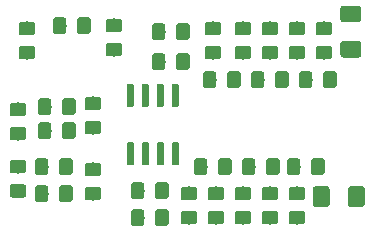
<source format=gbr>
G04 #@! TF.GenerationSoftware,KiCad,Pcbnew,(5.1.4)-1*
G04 #@! TF.CreationDate,2020-02-13T09:56:34+00:00*
G04 #@! TF.ProjectId,Phono stereo 2 smd,50686f6e-6f20-4737-9465-72656f203220,rev?*
G04 #@! TF.SameCoordinates,Original*
G04 #@! TF.FileFunction,Paste,Top*
G04 #@! TF.FilePolarity,Positive*
%FSLAX46Y46*%
G04 Gerber Fmt 4.6, Leading zero omitted, Abs format (unit mm)*
G04 Created by KiCad (PCBNEW (5.1.4)-1) date 2020-02-13 09:56:34*
%MOMM*%
%LPD*%
G04 APERTURE LIST*
%ADD10C,0.100000*%
%ADD11C,1.425000*%
%ADD12C,1.150000*%
%ADD13C,0.600000*%
G04 APERTURE END LIST*
D10*
G36*
X52593504Y-52466204D02*
G01*
X52617773Y-52469804D01*
X52641571Y-52475765D01*
X52664671Y-52484030D01*
X52686849Y-52494520D01*
X52707893Y-52507133D01*
X52727598Y-52521747D01*
X52745777Y-52538223D01*
X52762253Y-52556402D01*
X52776867Y-52576107D01*
X52789480Y-52597151D01*
X52799970Y-52619329D01*
X52808235Y-52642429D01*
X52814196Y-52666227D01*
X52817796Y-52690496D01*
X52819000Y-52715000D01*
X52819000Y-53965000D01*
X52817796Y-53989504D01*
X52814196Y-54013773D01*
X52808235Y-54037571D01*
X52799970Y-54060671D01*
X52789480Y-54082849D01*
X52776867Y-54103893D01*
X52762253Y-54123598D01*
X52745777Y-54141777D01*
X52727598Y-54158253D01*
X52707893Y-54172867D01*
X52686849Y-54185480D01*
X52664671Y-54195970D01*
X52641571Y-54204235D01*
X52617773Y-54210196D01*
X52593504Y-54213796D01*
X52569000Y-54215000D01*
X51644000Y-54215000D01*
X51619496Y-54213796D01*
X51595227Y-54210196D01*
X51571429Y-54204235D01*
X51548329Y-54195970D01*
X51526151Y-54185480D01*
X51505107Y-54172867D01*
X51485402Y-54158253D01*
X51467223Y-54141777D01*
X51450747Y-54123598D01*
X51436133Y-54103893D01*
X51423520Y-54082849D01*
X51413030Y-54060671D01*
X51404765Y-54037571D01*
X51398804Y-54013773D01*
X51395204Y-53989504D01*
X51394000Y-53965000D01*
X51394000Y-52715000D01*
X51395204Y-52690496D01*
X51398804Y-52666227D01*
X51404765Y-52642429D01*
X51413030Y-52619329D01*
X51423520Y-52597151D01*
X51436133Y-52576107D01*
X51450747Y-52556402D01*
X51467223Y-52538223D01*
X51485402Y-52521747D01*
X51505107Y-52507133D01*
X51526151Y-52494520D01*
X51548329Y-52484030D01*
X51571429Y-52475765D01*
X51595227Y-52469804D01*
X51619496Y-52466204D01*
X51644000Y-52465000D01*
X52569000Y-52465000D01*
X52593504Y-52466204D01*
X52593504Y-52466204D01*
G37*
D11*
X52106500Y-53340000D03*
D10*
G36*
X55568504Y-52466204D02*
G01*
X55592773Y-52469804D01*
X55616571Y-52475765D01*
X55639671Y-52484030D01*
X55661849Y-52494520D01*
X55682893Y-52507133D01*
X55702598Y-52521747D01*
X55720777Y-52538223D01*
X55737253Y-52556402D01*
X55751867Y-52576107D01*
X55764480Y-52597151D01*
X55774970Y-52619329D01*
X55783235Y-52642429D01*
X55789196Y-52666227D01*
X55792796Y-52690496D01*
X55794000Y-52715000D01*
X55794000Y-53965000D01*
X55792796Y-53989504D01*
X55789196Y-54013773D01*
X55783235Y-54037571D01*
X55774970Y-54060671D01*
X55764480Y-54082849D01*
X55751867Y-54103893D01*
X55737253Y-54123598D01*
X55720777Y-54141777D01*
X55702598Y-54158253D01*
X55682893Y-54172867D01*
X55661849Y-54185480D01*
X55639671Y-54195970D01*
X55616571Y-54204235D01*
X55592773Y-54210196D01*
X55568504Y-54213796D01*
X55544000Y-54215000D01*
X54619000Y-54215000D01*
X54594496Y-54213796D01*
X54570227Y-54210196D01*
X54546429Y-54204235D01*
X54523329Y-54195970D01*
X54501151Y-54185480D01*
X54480107Y-54172867D01*
X54460402Y-54158253D01*
X54442223Y-54141777D01*
X54425747Y-54123598D01*
X54411133Y-54103893D01*
X54398520Y-54082849D01*
X54388030Y-54060671D01*
X54379765Y-54037571D01*
X54373804Y-54013773D01*
X54370204Y-53989504D01*
X54369000Y-53965000D01*
X54369000Y-52715000D01*
X54370204Y-52690496D01*
X54373804Y-52666227D01*
X54379765Y-52642429D01*
X54388030Y-52619329D01*
X54398520Y-52597151D01*
X54411133Y-52576107D01*
X54425747Y-52556402D01*
X54442223Y-52538223D01*
X54460402Y-52521747D01*
X54480107Y-52507133D01*
X54501151Y-52494520D01*
X54523329Y-52484030D01*
X54546429Y-52475765D01*
X54570227Y-52469804D01*
X54594496Y-52466204D01*
X54619000Y-52465000D01*
X55544000Y-52465000D01*
X55568504Y-52466204D01*
X55568504Y-52466204D01*
G37*
D11*
X55081500Y-53340000D03*
D10*
G36*
X55259504Y-40146204D02*
G01*
X55283773Y-40149804D01*
X55307571Y-40155765D01*
X55330671Y-40164030D01*
X55352849Y-40174520D01*
X55373893Y-40187133D01*
X55393598Y-40201747D01*
X55411777Y-40218223D01*
X55428253Y-40236402D01*
X55442867Y-40256107D01*
X55455480Y-40277151D01*
X55465970Y-40299329D01*
X55474235Y-40322429D01*
X55480196Y-40346227D01*
X55483796Y-40370496D01*
X55485000Y-40395000D01*
X55485000Y-41320000D01*
X55483796Y-41344504D01*
X55480196Y-41368773D01*
X55474235Y-41392571D01*
X55465970Y-41415671D01*
X55455480Y-41437849D01*
X55442867Y-41458893D01*
X55428253Y-41478598D01*
X55411777Y-41496777D01*
X55393598Y-41513253D01*
X55373893Y-41527867D01*
X55352849Y-41540480D01*
X55330671Y-41550970D01*
X55307571Y-41559235D01*
X55283773Y-41565196D01*
X55259504Y-41568796D01*
X55235000Y-41570000D01*
X53985000Y-41570000D01*
X53960496Y-41568796D01*
X53936227Y-41565196D01*
X53912429Y-41559235D01*
X53889329Y-41550970D01*
X53867151Y-41540480D01*
X53846107Y-41527867D01*
X53826402Y-41513253D01*
X53808223Y-41496777D01*
X53791747Y-41478598D01*
X53777133Y-41458893D01*
X53764520Y-41437849D01*
X53754030Y-41415671D01*
X53745765Y-41392571D01*
X53739804Y-41368773D01*
X53736204Y-41344504D01*
X53735000Y-41320000D01*
X53735000Y-40395000D01*
X53736204Y-40370496D01*
X53739804Y-40346227D01*
X53745765Y-40322429D01*
X53754030Y-40299329D01*
X53764520Y-40277151D01*
X53777133Y-40256107D01*
X53791747Y-40236402D01*
X53808223Y-40218223D01*
X53826402Y-40201747D01*
X53846107Y-40187133D01*
X53867151Y-40174520D01*
X53889329Y-40164030D01*
X53912429Y-40155765D01*
X53936227Y-40149804D01*
X53960496Y-40146204D01*
X53985000Y-40145000D01*
X55235000Y-40145000D01*
X55259504Y-40146204D01*
X55259504Y-40146204D01*
G37*
D11*
X54610000Y-40857500D03*
D10*
G36*
X55259504Y-37171204D02*
G01*
X55283773Y-37174804D01*
X55307571Y-37180765D01*
X55330671Y-37189030D01*
X55352849Y-37199520D01*
X55373893Y-37212133D01*
X55393598Y-37226747D01*
X55411777Y-37243223D01*
X55428253Y-37261402D01*
X55442867Y-37281107D01*
X55455480Y-37302151D01*
X55465970Y-37324329D01*
X55474235Y-37347429D01*
X55480196Y-37371227D01*
X55483796Y-37395496D01*
X55485000Y-37420000D01*
X55485000Y-38345000D01*
X55483796Y-38369504D01*
X55480196Y-38393773D01*
X55474235Y-38417571D01*
X55465970Y-38440671D01*
X55455480Y-38462849D01*
X55442867Y-38483893D01*
X55428253Y-38503598D01*
X55411777Y-38521777D01*
X55393598Y-38538253D01*
X55373893Y-38552867D01*
X55352849Y-38565480D01*
X55330671Y-38575970D01*
X55307571Y-38584235D01*
X55283773Y-38590196D01*
X55259504Y-38593796D01*
X55235000Y-38595000D01*
X53985000Y-38595000D01*
X53960496Y-38593796D01*
X53936227Y-38590196D01*
X53912429Y-38584235D01*
X53889329Y-38575970D01*
X53867151Y-38565480D01*
X53846107Y-38552867D01*
X53826402Y-38538253D01*
X53808223Y-38521777D01*
X53791747Y-38503598D01*
X53777133Y-38483893D01*
X53764520Y-38462849D01*
X53754030Y-38440671D01*
X53745765Y-38417571D01*
X53739804Y-38393773D01*
X53736204Y-38369504D01*
X53735000Y-38345000D01*
X53735000Y-37420000D01*
X53736204Y-37395496D01*
X53739804Y-37371227D01*
X53745765Y-37347429D01*
X53754030Y-37324329D01*
X53764520Y-37302151D01*
X53777133Y-37281107D01*
X53791747Y-37261402D01*
X53808223Y-37243223D01*
X53826402Y-37226747D01*
X53846107Y-37212133D01*
X53867151Y-37199520D01*
X53889329Y-37189030D01*
X53912429Y-37180765D01*
X53936227Y-37174804D01*
X53960496Y-37171204D01*
X53985000Y-37170000D01*
X55235000Y-37170000D01*
X55259504Y-37171204D01*
X55259504Y-37171204D01*
G37*
D11*
X54610000Y-37882500D03*
D10*
G36*
X51140505Y-42735204D02*
G01*
X51164773Y-42738804D01*
X51188572Y-42744765D01*
X51211671Y-42753030D01*
X51233850Y-42763520D01*
X51254893Y-42776132D01*
X51274599Y-42790747D01*
X51292777Y-42807223D01*
X51309253Y-42825401D01*
X51323868Y-42845107D01*
X51336480Y-42866150D01*
X51346970Y-42888329D01*
X51355235Y-42911428D01*
X51361196Y-42935227D01*
X51364796Y-42959495D01*
X51366000Y-42983999D01*
X51366000Y-43884001D01*
X51364796Y-43908505D01*
X51361196Y-43932773D01*
X51355235Y-43956572D01*
X51346970Y-43979671D01*
X51336480Y-44001850D01*
X51323868Y-44022893D01*
X51309253Y-44042599D01*
X51292777Y-44060777D01*
X51274599Y-44077253D01*
X51254893Y-44091868D01*
X51233850Y-44104480D01*
X51211671Y-44114970D01*
X51188572Y-44123235D01*
X51164773Y-44129196D01*
X51140505Y-44132796D01*
X51116001Y-44134000D01*
X50465999Y-44134000D01*
X50441495Y-44132796D01*
X50417227Y-44129196D01*
X50393428Y-44123235D01*
X50370329Y-44114970D01*
X50348150Y-44104480D01*
X50327107Y-44091868D01*
X50307401Y-44077253D01*
X50289223Y-44060777D01*
X50272747Y-44042599D01*
X50258132Y-44022893D01*
X50245520Y-44001850D01*
X50235030Y-43979671D01*
X50226765Y-43956572D01*
X50220804Y-43932773D01*
X50217204Y-43908505D01*
X50216000Y-43884001D01*
X50216000Y-42983999D01*
X50217204Y-42959495D01*
X50220804Y-42935227D01*
X50226765Y-42911428D01*
X50235030Y-42888329D01*
X50245520Y-42866150D01*
X50258132Y-42845107D01*
X50272747Y-42825401D01*
X50289223Y-42807223D01*
X50307401Y-42790747D01*
X50327107Y-42776132D01*
X50348150Y-42763520D01*
X50370329Y-42753030D01*
X50393428Y-42744765D01*
X50417227Y-42738804D01*
X50441495Y-42735204D01*
X50465999Y-42734000D01*
X51116001Y-42734000D01*
X51140505Y-42735204D01*
X51140505Y-42735204D01*
G37*
D12*
X50791000Y-43434000D03*
D10*
G36*
X53190505Y-42735204D02*
G01*
X53214773Y-42738804D01*
X53238572Y-42744765D01*
X53261671Y-42753030D01*
X53283850Y-42763520D01*
X53304893Y-42776132D01*
X53324599Y-42790747D01*
X53342777Y-42807223D01*
X53359253Y-42825401D01*
X53373868Y-42845107D01*
X53386480Y-42866150D01*
X53396970Y-42888329D01*
X53405235Y-42911428D01*
X53411196Y-42935227D01*
X53414796Y-42959495D01*
X53416000Y-42983999D01*
X53416000Y-43884001D01*
X53414796Y-43908505D01*
X53411196Y-43932773D01*
X53405235Y-43956572D01*
X53396970Y-43979671D01*
X53386480Y-44001850D01*
X53373868Y-44022893D01*
X53359253Y-44042599D01*
X53342777Y-44060777D01*
X53324599Y-44077253D01*
X53304893Y-44091868D01*
X53283850Y-44104480D01*
X53261671Y-44114970D01*
X53238572Y-44123235D01*
X53214773Y-44129196D01*
X53190505Y-44132796D01*
X53166001Y-44134000D01*
X52515999Y-44134000D01*
X52491495Y-44132796D01*
X52467227Y-44129196D01*
X52443428Y-44123235D01*
X52420329Y-44114970D01*
X52398150Y-44104480D01*
X52377107Y-44091868D01*
X52357401Y-44077253D01*
X52339223Y-44060777D01*
X52322747Y-44042599D01*
X52308132Y-44022893D01*
X52295520Y-44001850D01*
X52285030Y-43979671D01*
X52276765Y-43956572D01*
X52270804Y-43932773D01*
X52267204Y-43908505D01*
X52266000Y-43884001D01*
X52266000Y-42983999D01*
X52267204Y-42959495D01*
X52270804Y-42935227D01*
X52276765Y-42911428D01*
X52285030Y-42888329D01*
X52295520Y-42866150D01*
X52308132Y-42845107D01*
X52322747Y-42825401D01*
X52339223Y-42807223D01*
X52357401Y-42790747D01*
X52377107Y-42776132D01*
X52398150Y-42763520D01*
X52420329Y-42753030D01*
X52443428Y-42744765D01*
X52467227Y-42738804D01*
X52491495Y-42735204D01*
X52515999Y-42734000D01*
X53166001Y-42734000D01*
X53190505Y-42735204D01*
X53190505Y-42735204D01*
G37*
D12*
X52841000Y-43434000D03*
D10*
G36*
X39915703Y-48744722D02*
G01*
X39930264Y-48746882D01*
X39944543Y-48750459D01*
X39958403Y-48755418D01*
X39971710Y-48761712D01*
X39984336Y-48769280D01*
X39996159Y-48778048D01*
X40007066Y-48787934D01*
X40016952Y-48798841D01*
X40025720Y-48810664D01*
X40033288Y-48823290D01*
X40039582Y-48836597D01*
X40044541Y-48850457D01*
X40048118Y-48864736D01*
X40050278Y-48879297D01*
X40051000Y-48894000D01*
X40051000Y-50544000D01*
X40050278Y-50558703D01*
X40048118Y-50573264D01*
X40044541Y-50587543D01*
X40039582Y-50601403D01*
X40033288Y-50614710D01*
X40025720Y-50627336D01*
X40016952Y-50639159D01*
X40007066Y-50650066D01*
X39996159Y-50659952D01*
X39984336Y-50668720D01*
X39971710Y-50676288D01*
X39958403Y-50682582D01*
X39944543Y-50687541D01*
X39930264Y-50691118D01*
X39915703Y-50693278D01*
X39901000Y-50694000D01*
X39601000Y-50694000D01*
X39586297Y-50693278D01*
X39571736Y-50691118D01*
X39557457Y-50687541D01*
X39543597Y-50682582D01*
X39530290Y-50676288D01*
X39517664Y-50668720D01*
X39505841Y-50659952D01*
X39494934Y-50650066D01*
X39485048Y-50639159D01*
X39476280Y-50627336D01*
X39468712Y-50614710D01*
X39462418Y-50601403D01*
X39457459Y-50587543D01*
X39453882Y-50573264D01*
X39451722Y-50558703D01*
X39451000Y-50544000D01*
X39451000Y-48894000D01*
X39451722Y-48879297D01*
X39453882Y-48864736D01*
X39457459Y-48850457D01*
X39462418Y-48836597D01*
X39468712Y-48823290D01*
X39476280Y-48810664D01*
X39485048Y-48798841D01*
X39494934Y-48787934D01*
X39505841Y-48778048D01*
X39517664Y-48769280D01*
X39530290Y-48761712D01*
X39543597Y-48755418D01*
X39557457Y-48750459D01*
X39571736Y-48746882D01*
X39586297Y-48744722D01*
X39601000Y-48744000D01*
X39901000Y-48744000D01*
X39915703Y-48744722D01*
X39915703Y-48744722D01*
G37*
D13*
X39751000Y-49719000D03*
D10*
G36*
X38645703Y-48744722D02*
G01*
X38660264Y-48746882D01*
X38674543Y-48750459D01*
X38688403Y-48755418D01*
X38701710Y-48761712D01*
X38714336Y-48769280D01*
X38726159Y-48778048D01*
X38737066Y-48787934D01*
X38746952Y-48798841D01*
X38755720Y-48810664D01*
X38763288Y-48823290D01*
X38769582Y-48836597D01*
X38774541Y-48850457D01*
X38778118Y-48864736D01*
X38780278Y-48879297D01*
X38781000Y-48894000D01*
X38781000Y-50544000D01*
X38780278Y-50558703D01*
X38778118Y-50573264D01*
X38774541Y-50587543D01*
X38769582Y-50601403D01*
X38763288Y-50614710D01*
X38755720Y-50627336D01*
X38746952Y-50639159D01*
X38737066Y-50650066D01*
X38726159Y-50659952D01*
X38714336Y-50668720D01*
X38701710Y-50676288D01*
X38688403Y-50682582D01*
X38674543Y-50687541D01*
X38660264Y-50691118D01*
X38645703Y-50693278D01*
X38631000Y-50694000D01*
X38331000Y-50694000D01*
X38316297Y-50693278D01*
X38301736Y-50691118D01*
X38287457Y-50687541D01*
X38273597Y-50682582D01*
X38260290Y-50676288D01*
X38247664Y-50668720D01*
X38235841Y-50659952D01*
X38224934Y-50650066D01*
X38215048Y-50639159D01*
X38206280Y-50627336D01*
X38198712Y-50614710D01*
X38192418Y-50601403D01*
X38187459Y-50587543D01*
X38183882Y-50573264D01*
X38181722Y-50558703D01*
X38181000Y-50544000D01*
X38181000Y-48894000D01*
X38181722Y-48879297D01*
X38183882Y-48864736D01*
X38187459Y-48850457D01*
X38192418Y-48836597D01*
X38198712Y-48823290D01*
X38206280Y-48810664D01*
X38215048Y-48798841D01*
X38224934Y-48787934D01*
X38235841Y-48778048D01*
X38247664Y-48769280D01*
X38260290Y-48761712D01*
X38273597Y-48755418D01*
X38287457Y-48750459D01*
X38301736Y-48746882D01*
X38316297Y-48744722D01*
X38331000Y-48744000D01*
X38631000Y-48744000D01*
X38645703Y-48744722D01*
X38645703Y-48744722D01*
G37*
D13*
X38481000Y-49719000D03*
D10*
G36*
X37375703Y-48744722D02*
G01*
X37390264Y-48746882D01*
X37404543Y-48750459D01*
X37418403Y-48755418D01*
X37431710Y-48761712D01*
X37444336Y-48769280D01*
X37456159Y-48778048D01*
X37467066Y-48787934D01*
X37476952Y-48798841D01*
X37485720Y-48810664D01*
X37493288Y-48823290D01*
X37499582Y-48836597D01*
X37504541Y-48850457D01*
X37508118Y-48864736D01*
X37510278Y-48879297D01*
X37511000Y-48894000D01*
X37511000Y-50544000D01*
X37510278Y-50558703D01*
X37508118Y-50573264D01*
X37504541Y-50587543D01*
X37499582Y-50601403D01*
X37493288Y-50614710D01*
X37485720Y-50627336D01*
X37476952Y-50639159D01*
X37467066Y-50650066D01*
X37456159Y-50659952D01*
X37444336Y-50668720D01*
X37431710Y-50676288D01*
X37418403Y-50682582D01*
X37404543Y-50687541D01*
X37390264Y-50691118D01*
X37375703Y-50693278D01*
X37361000Y-50694000D01*
X37061000Y-50694000D01*
X37046297Y-50693278D01*
X37031736Y-50691118D01*
X37017457Y-50687541D01*
X37003597Y-50682582D01*
X36990290Y-50676288D01*
X36977664Y-50668720D01*
X36965841Y-50659952D01*
X36954934Y-50650066D01*
X36945048Y-50639159D01*
X36936280Y-50627336D01*
X36928712Y-50614710D01*
X36922418Y-50601403D01*
X36917459Y-50587543D01*
X36913882Y-50573264D01*
X36911722Y-50558703D01*
X36911000Y-50544000D01*
X36911000Y-48894000D01*
X36911722Y-48879297D01*
X36913882Y-48864736D01*
X36917459Y-48850457D01*
X36922418Y-48836597D01*
X36928712Y-48823290D01*
X36936280Y-48810664D01*
X36945048Y-48798841D01*
X36954934Y-48787934D01*
X36965841Y-48778048D01*
X36977664Y-48769280D01*
X36990290Y-48761712D01*
X37003597Y-48755418D01*
X37017457Y-48750459D01*
X37031736Y-48746882D01*
X37046297Y-48744722D01*
X37061000Y-48744000D01*
X37361000Y-48744000D01*
X37375703Y-48744722D01*
X37375703Y-48744722D01*
G37*
D13*
X37211000Y-49719000D03*
D10*
G36*
X36105703Y-48744722D02*
G01*
X36120264Y-48746882D01*
X36134543Y-48750459D01*
X36148403Y-48755418D01*
X36161710Y-48761712D01*
X36174336Y-48769280D01*
X36186159Y-48778048D01*
X36197066Y-48787934D01*
X36206952Y-48798841D01*
X36215720Y-48810664D01*
X36223288Y-48823290D01*
X36229582Y-48836597D01*
X36234541Y-48850457D01*
X36238118Y-48864736D01*
X36240278Y-48879297D01*
X36241000Y-48894000D01*
X36241000Y-50544000D01*
X36240278Y-50558703D01*
X36238118Y-50573264D01*
X36234541Y-50587543D01*
X36229582Y-50601403D01*
X36223288Y-50614710D01*
X36215720Y-50627336D01*
X36206952Y-50639159D01*
X36197066Y-50650066D01*
X36186159Y-50659952D01*
X36174336Y-50668720D01*
X36161710Y-50676288D01*
X36148403Y-50682582D01*
X36134543Y-50687541D01*
X36120264Y-50691118D01*
X36105703Y-50693278D01*
X36091000Y-50694000D01*
X35791000Y-50694000D01*
X35776297Y-50693278D01*
X35761736Y-50691118D01*
X35747457Y-50687541D01*
X35733597Y-50682582D01*
X35720290Y-50676288D01*
X35707664Y-50668720D01*
X35695841Y-50659952D01*
X35684934Y-50650066D01*
X35675048Y-50639159D01*
X35666280Y-50627336D01*
X35658712Y-50614710D01*
X35652418Y-50601403D01*
X35647459Y-50587543D01*
X35643882Y-50573264D01*
X35641722Y-50558703D01*
X35641000Y-50544000D01*
X35641000Y-48894000D01*
X35641722Y-48879297D01*
X35643882Y-48864736D01*
X35647459Y-48850457D01*
X35652418Y-48836597D01*
X35658712Y-48823290D01*
X35666280Y-48810664D01*
X35675048Y-48798841D01*
X35684934Y-48787934D01*
X35695841Y-48778048D01*
X35707664Y-48769280D01*
X35720290Y-48761712D01*
X35733597Y-48755418D01*
X35747457Y-48750459D01*
X35761736Y-48746882D01*
X35776297Y-48744722D01*
X35791000Y-48744000D01*
X36091000Y-48744000D01*
X36105703Y-48744722D01*
X36105703Y-48744722D01*
G37*
D13*
X35941000Y-49719000D03*
D10*
G36*
X36105703Y-43794722D02*
G01*
X36120264Y-43796882D01*
X36134543Y-43800459D01*
X36148403Y-43805418D01*
X36161710Y-43811712D01*
X36174336Y-43819280D01*
X36186159Y-43828048D01*
X36197066Y-43837934D01*
X36206952Y-43848841D01*
X36215720Y-43860664D01*
X36223288Y-43873290D01*
X36229582Y-43886597D01*
X36234541Y-43900457D01*
X36238118Y-43914736D01*
X36240278Y-43929297D01*
X36241000Y-43944000D01*
X36241000Y-45594000D01*
X36240278Y-45608703D01*
X36238118Y-45623264D01*
X36234541Y-45637543D01*
X36229582Y-45651403D01*
X36223288Y-45664710D01*
X36215720Y-45677336D01*
X36206952Y-45689159D01*
X36197066Y-45700066D01*
X36186159Y-45709952D01*
X36174336Y-45718720D01*
X36161710Y-45726288D01*
X36148403Y-45732582D01*
X36134543Y-45737541D01*
X36120264Y-45741118D01*
X36105703Y-45743278D01*
X36091000Y-45744000D01*
X35791000Y-45744000D01*
X35776297Y-45743278D01*
X35761736Y-45741118D01*
X35747457Y-45737541D01*
X35733597Y-45732582D01*
X35720290Y-45726288D01*
X35707664Y-45718720D01*
X35695841Y-45709952D01*
X35684934Y-45700066D01*
X35675048Y-45689159D01*
X35666280Y-45677336D01*
X35658712Y-45664710D01*
X35652418Y-45651403D01*
X35647459Y-45637543D01*
X35643882Y-45623264D01*
X35641722Y-45608703D01*
X35641000Y-45594000D01*
X35641000Y-43944000D01*
X35641722Y-43929297D01*
X35643882Y-43914736D01*
X35647459Y-43900457D01*
X35652418Y-43886597D01*
X35658712Y-43873290D01*
X35666280Y-43860664D01*
X35675048Y-43848841D01*
X35684934Y-43837934D01*
X35695841Y-43828048D01*
X35707664Y-43819280D01*
X35720290Y-43811712D01*
X35733597Y-43805418D01*
X35747457Y-43800459D01*
X35761736Y-43796882D01*
X35776297Y-43794722D01*
X35791000Y-43794000D01*
X36091000Y-43794000D01*
X36105703Y-43794722D01*
X36105703Y-43794722D01*
G37*
D13*
X35941000Y-44769000D03*
D10*
G36*
X37375703Y-43794722D02*
G01*
X37390264Y-43796882D01*
X37404543Y-43800459D01*
X37418403Y-43805418D01*
X37431710Y-43811712D01*
X37444336Y-43819280D01*
X37456159Y-43828048D01*
X37467066Y-43837934D01*
X37476952Y-43848841D01*
X37485720Y-43860664D01*
X37493288Y-43873290D01*
X37499582Y-43886597D01*
X37504541Y-43900457D01*
X37508118Y-43914736D01*
X37510278Y-43929297D01*
X37511000Y-43944000D01*
X37511000Y-45594000D01*
X37510278Y-45608703D01*
X37508118Y-45623264D01*
X37504541Y-45637543D01*
X37499582Y-45651403D01*
X37493288Y-45664710D01*
X37485720Y-45677336D01*
X37476952Y-45689159D01*
X37467066Y-45700066D01*
X37456159Y-45709952D01*
X37444336Y-45718720D01*
X37431710Y-45726288D01*
X37418403Y-45732582D01*
X37404543Y-45737541D01*
X37390264Y-45741118D01*
X37375703Y-45743278D01*
X37361000Y-45744000D01*
X37061000Y-45744000D01*
X37046297Y-45743278D01*
X37031736Y-45741118D01*
X37017457Y-45737541D01*
X37003597Y-45732582D01*
X36990290Y-45726288D01*
X36977664Y-45718720D01*
X36965841Y-45709952D01*
X36954934Y-45700066D01*
X36945048Y-45689159D01*
X36936280Y-45677336D01*
X36928712Y-45664710D01*
X36922418Y-45651403D01*
X36917459Y-45637543D01*
X36913882Y-45623264D01*
X36911722Y-45608703D01*
X36911000Y-45594000D01*
X36911000Y-43944000D01*
X36911722Y-43929297D01*
X36913882Y-43914736D01*
X36917459Y-43900457D01*
X36922418Y-43886597D01*
X36928712Y-43873290D01*
X36936280Y-43860664D01*
X36945048Y-43848841D01*
X36954934Y-43837934D01*
X36965841Y-43828048D01*
X36977664Y-43819280D01*
X36990290Y-43811712D01*
X37003597Y-43805418D01*
X37017457Y-43800459D01*
X37031736Y-43796882D01*
X37046297Y-43794722D01*
X37061000Y-43794000D01*
X37361000Y-43794000D01*
X37375703Y-43794722D01*
X37375703Y-43794722D01*
G37*
D13*
X37211000Y-44769000D03*
D10*
G36*
X38645703Y-43794722D02*
G01*
X38660264Y-43796882D01*
X38674543Y-43800459D01*
X38688403Y-43805418D01*
X38701710Y-43811712D01*
X38714336Y-43819280D01*
X38726159Y-43828048D01*
X38737066Y-43837934D01*
X38746952Y-43848841D01*
X38755720Y-43860664D01*
X38763288Y-43873290D01*
X38769582Y-43886597D01*
X38774541Y-43900457D01*
X38778118Y-43914736D01*
X38780278Y-43929297D01*
X38781000Y-43944000D01*
X38781000Y-45594000D01*
X38780278Y-45608703D01*
X38778118Y-45623264D01*
X38774541Y-45637543D01*
X38769582Y-45651403D01*
X38763288Y-45664710D01*
X38755720Y-45677336D01*
X38746952Y-45689159D01*
X38737066Y-45700066D01*
X38726159Y-45709952D01*
X38714336Y-45718720D01*
X38701710Y-45726288D01*
X38688403Y-45732582D01*
X38674543Y-45737541D01*
X38660264Y-45741118D01*
X38645703Y-45743278D01*
X38631000Y-45744000D01*
X38331000Y-45744000D01*
X38316297Y-45743278D01*
X38301736Y-45741118D01*
X38287457Y-45737541D01*
X38273597Y-45732582D01*
X38260290Y-45726288D01*
X38247664Y-45718720D01*
X38235841Y-45709952D01*
X38224934Y-45700066D01*
X38215048Y-45689159D01*
X38206280Y-45677336D01*
X38198712Y-45664710D01*
X38192418Y-45651403D01*
X38187459Y-45637543D01*
X38183882Y-45623264D01*
X38181722Y-45608703D01*
X38181000Y-45594000D01*
X38181000Y-43944000D01*
X38181722Y-43929297D01*
X38183882Y-43914736D01*
X38187459Y-43900457D01*
X38192418Y-43886597D01*
X38198712Y-43873290D01*
X38206280Y-43860664D01*
X38215048Y-43848841D01*
X38224934Y-43837934D01*
X38235841Y-43828048D01*
X38247664Y-43819280D01*
X38260290Y-43811712D01*
X38273597Y-43805418D01*
X38287457Y-43800459D01*
X38301736Y-43796882D01*
X38316297Y-43794722D01*
X38331000Y-43794000D01*
X38631000Y-43794000D01*
X38645703Y-43794722D01*
X38645703Y-43794722D01*
G37*
D13*
X38481000Y-44769000D03*
D10*
G36*
X39915703Y-43794722D02*
G01*
X39930264Y-43796882D01*
X39944543Y-43800459D01*
X39958403Y-43805418D01*
X39971710Y-43811712D01*
X39984336Y-43819280D01*
X39996159Y-43828048D01*
X40007066Y-43837934D01*
X40016952Y-43848841D01*
X40025720Y-43860664D01*
X40033288Y-43873290D01*
X40039582Y-43886597D01*
X40044541Y-43900457D01*
X40048118Y-43914736D01*
X40050278Y-43929297D01*
X40051000Y-43944000D01*
X40051000Y-45594000D01*
X40050278Y-45608703D01*
X40048118Y-45623264D01*
X40044541Y-45637543D01*
X40039582Y-45651403D01*
X40033288Y-45664710D01*
X40025720Y-45677336D01*
X40016952Y-45689159D01*
X40007066Y-45700066D01*
X39996159Y-45709952D01*
X39984336Y-45718720D01*
X39971710Y-45726288D01*
X39958403Y-45732582D01*
X39944543Y-45737541D01*
X39930264Y-45741118D01*
X39915703Y-45743278D01*
X39901000Y-45744000D01*
X39601000Y-45744000D01*
X39586297Y-45743278D01*
X39571736Y-45741118D01*
X39557457Y-45737541D01*
X39543597Y-45732582D01*
X39530290Y-45726288D01*
X39517664Y-45718720D01*
X39505841Y-45709952D01*
X39494934Y-45700066D01*
X39485048Y-45689159D01*
X39476280Y-45677336D01*
X39468712Y-45664710D01*
X39462418Y-45651403D01*
X39457459Y-45637543D01*
X39453882Y-45623264D01*
X39451722Y-45608703D01*
X39451000Y-45594000D01*
X39451000Y-43944000D01*
X39451722Y-43929297D01*
X39453882Y-43914736D01*
X39457459Y-43900457D01*
X39462418Y-43886597D01*
X39468712Y-43873290D01*
X39476280Y-43860664D01*
X39485048Y-43848841D01*
X39494934Y-43837934D01*
X39505841Y-43828048D01*
X39517664Y-43819280D01*
X39530290Y-43811712D01*
X39543597Y-43805418D01*
X39557457Y-43800459D01*
X39571736Y-43796882D01*
X39586297Y-43794722D01*
X39601000Y-43794000D01*
X39901000Y-43794000D01*
X39915703Y-43794722D01*
X39915703Y-43794722D01*
G37*
D13*
X39751000Y-44769000D03*
D10*
G36*
X32362505Y-38163204D02*
G01*
X32386773Y-38166804D01*
X32410572Y-38172765D01*
X32433671Y-38181030D01*
X32455850Y-38191520D01*
X32476893Y-38204132D01*
X32496599Y-38218747D01*
X32514777Y-38235223D01*
X32531253Y-38253401D01*
X32545868Y-38273107D01*
X32558480Y-38294150D01*
X32568970Y-38316329D01*
X32577235Y-38339428D01*
X32583196Y-38363227D01*
X32586796Y-38387495D01*
X32588000Y-38411999D01*
X32588000Y-39312001D01*
X32586796Y-39336505D01*
X32583196Y-39360773D01*
X32577235Y-39384572D01*
X32568970Y-39407671D01*
X32558480Y-39429850D01*
X32545868Y-39450893D01*
X32531253Y-39470599D01*
X32514777Y-39488777D01*
X32496599Y-39505253D01*
X32476893Y-39519868D01*
X32455850Y-39532480D01*
X32433671Y-39542970D01*
X32410572Y-39551235D01*
X32386773Y-39557196D01*
X32362505Y-39560796D01*
X32338001Y-39562000D01*
X31687999Y-39562000D01*
X31663495Y-39560796D01*
X31639227Y-39557196D01*
X31615428Y-39551235D01*
X31592329Y-39542970D01*
X31570150Y-39532480D01*
X31549107Y-39519868D01*
X31529401Y-39505253D01*
X31511223Y-39488777D01*
X31494747Y-39470599D01*
X31480132Y-39450893D01*
X31467520Y-39429850D01*
X31457030Y-39407671D01*
X31448765Y-39384572D01*
X31442804Y-39360773D01*
X31439204Y-39336505D01*
X31438000Y-39312001D01*
X31438000Y-38411999D01*
X31439204Y-38387495D01*
X31442804Y-38363227D01*
X31448765Y-38339428D01*
X31457030Y-38316329D01*
X31467520Y-38294150D01*
X31480132Y-38273107D01*
X31494747Y-38253401D01*
X31511223Y-38235223D01*
X31529401Y-38218747D01*
X31549107Y-38204132D01*
X31570150Y-38191520D01*
X31592329Y-38181030D01*
X31615428Y-38172765D01*
X31639227Y-38166804D01*
X31663495Y-38163204D01*
X31687999Y-38162000D01*
X32338001Y-38162000D01*
X32362505Y-38163204D01*
X32362505Y-38163204D01*
G37*
D12*
X32013000Y-38862000D03*
D10*
G36*
X30312505Y-38163204D02*
G01*
X30336773Y-38166804D01*
X30360572Y-38172765D01*
X30383671Y-38181030D01*
X30405850Y-38191520D01*
X30426893Y-38204132D01*
X30446599Y-38218747D01*
X30464777Y-38235223D01*
X30481253Y-38253401D01*
X30495868Y-38273107D01*
X30508480Y-38294150D01*
X30518970Y-38316329D01*
X30527235Y-38339428D01*
X30533196Y-38363227D01*
X30536796Y-38387495D01*
X30538000Y-38411999D01*
X30538000Y-39312001D01*
X30536796Y-39336505D01*
X30533196Y-39360773D01*
X30527235Y-39384572D01*
X30518970Y-39407671D01*
X30508480Y-39429850D01*
X30495868Y-39450893D01*
X30481253Y-39470599D01*
X30464777Y-39488777D01*
X30446599Y-39505253D01*
X30426893Y-39519868D01*
X30405850Y-39532480D01*
X30383671Y-39542970D01*
X30360572Y-39551235D01*
X30336773Y-39557196D01*
X30312505Y-39560796D01*
X30288001Y-39562000D01*
X29637999Y-39562000D01*
X29613495Y-39560796D01*
X29589227Y-39557196D01*
X29565428Y-39551235D01*
X29542329Y-39542970D01*
X29520150Y-39532480D01*
X29499107Y-39519868D01*
X29479401Y-39505253D01*
X29461223Y-39488777D01*
X29444747Y-39470599D01*
X29430132Y-39450893D01*
X29417520Y-39429850D01*
X29407030Y-39407671D01*
X29398765Y-39384572D01*
X29392804Y-39360773D01*
X29389204Y-39336505D01*
X29388000Y-39312001D01*
X29388000Y-38411999D01*
X29389204Y-38387495D01*
X29392804Y-38363227D01*
X29398765Y-38339428D01*
X29407030Y-38316329D01*
X29417520Y-38294150D01*
X29430132Y-38273107D01*
X29444747Y-38253401D01*
X29461223Y-38235223D01*
X29479401Y-38218747D01*
X29499107Y-38204132D01*
X29520150Y-38191520D01*
X29542329Y-38181030D01*
X29565428Y-38172765D01*
X29589227Y-38166804D01*
X29613495Y-38163204D01*
X29637999Y-38162000D01*
X30288001Y-38162000D01*
X30312505Y-38163204D01*
X30312505Y-38163204D01*
G37*
D12*
X29963000Y-38862000D03*
D10*
G36*
X50512505Y-54553204D02*
G01*
X50536773Y-54556804D01*
X50560572Y-54562765D01*
X50583671Y-54571030D01*
X50605850Y-54581520D01*
X50626893Y-54594132D01*
X50646599Y-54608747D01*
X50664777Y-54625223D01*
X50681253Y-54643401D01*
X50695868Y-54663107D01*
X50708480Y-54684150D01*
X50718970Y-54706329D01*
X50727235Y-54729428D01*
X50733196Y-54753227D01*
X50736796Y-54777495D01*
X50738000Y-54801999D01*
X50738000Y-55452001D01*
X50736796Y-55476505D01*
X50733196Y-55500773D01*
X50727235Y-55524572D01*
X50718970Y-55547671D01*
X50708480Y-55569850D01*
X50695868Y-55590893D01*
X50681253Y-55610599D01*
X50664777Y-55628777D01*
X50646599Y-55645253D01*
X50626893Y-55659868D01*
X50605850Y-55672480D01*
X50583671Y-55682970D01*
X50560572Y-55691235D01*
X50536773Y-55697196D01*
X50512505Y-55700796D01*
X50488001Y-55702000D01*
X49587999Y-55702000D01*
X49563495Y-55700796D01*
X49539227Y-55697196D01*
X49515428Y-55691235D01*
X49492329Y-55682970D01*
X49470150Y-55672480D01*
X49449107Y-55659868D01*
X49429401Y-55645253D01*
X49411223Y-55628777D01*
X49394747Y-55610599D01*
X49380132Y-55590893D01*
X49367520Y-55569850D01*
X49357030Y-55547671D01*
X49348765Y-55524572D01*
X49342804Y-55500773D01*
X49339204Y-55476505D01*
X49338000Y-55452001D01*
X49338000Y-54801999D01*
X49339204Y-54777495D01*
X49342804Y-54753227D01*
X49348765Y-54729428D01*
X49357030Y-54706329D01*
X49367520Y-54684150D01*
X49380132Y-54663107D01*
X49394747Y-54643401D01*
X49411223Y-54625223D01*
X49429401Y-54608747D01*
X49449107Y-54594132D01*
X49470150Y-54581520D01*
X49492329Y-54571030D01*
X49515428Y-54562765D01*
X49539227Y-54556804D01*
X49563495Y-54553204D01*
X49587999Y-54552000D01*
X50488001Y-54552000D01*
X50512505Y-54553204D01*
X50512505Y-54553204D01*
G37*
D12*
X50038000Y-55127000D03*
D10*
G36*
X50512505Y-52503204D02*
G01*
X50536773Y-52506804D01*
X50560572Y-52512765D01*
X50583671Y-52521030D01*
X50605850Y-52531520D01*
X50626893Y-52544132D01*
X50646599Y-52558747D01*
X50664777Y-52575223D01*
X50681253Y-52593401D01*
X50695868Y-52613107D01*
X50708480Y-52634150D01*
X50718970Y-52656329D01*
X50727235Y-52679428D01*
X50733196Y-52703227D01*
X50736796Y-52727495D01*
X50738000Y-52751999D01*
X50738000Y-53402001D01*
X50736796Y-53426505D01*
X50733196Y-53450773D01*
X50727235Y-53474572D01*
X50718970Y-53497671D01*
X50708480Y-53519850D01*
X50695868Y-53540893D01*
X50681253Y-53560599D01*
X50664777Y-53578777D01*
X50646599Y-53595253D01*
X50626893Y-53609868D01*
X50605850Y-53622480D01*
X50583671Y-53632970D01*
X50560572Y-53641235D01*
X50536773Y-53647196D01*
X50512505Y-53650796D01*
X50488001Y-53652000D01*
X49587999Y-53652000D01*
X49563495Y-53650796D01*
X49539227Y-53647196D01*
X49515428Y-53641235D01*
X49492329Y-53632970D01*
X49470150Y-53622480D01*
X49449107Y-53609868D01*
X49429401Y-53595253D01*
X49411223Y-53578777D01*
X49394747Y-53560599D01*
X49380132Y-53540893D01*
X49367520Y-53519850D01*
X49357030Y-53497671D01*
X49348765Y-53474572D01*
X49342804Y-53450773D01*
X49339204Y-53426505D01*
X49338000Y-53402001D01*
X49338000Y-52751999D01*
X49339204Y-52727495D01*
X49342804Y-52703227D01*
X49348765Y-52679428D01*
X49357030Y-52656329D01*
X49367520Y-52634150D01*
X49380132Y-52613107D01*
X49394747Y-52593401D01*
X49411223Y-52575223D01*
X49429401Y-52558747D01*
X49449107Y-52544132D01*
X49470150Y-52531520D01*
X49492329Y-52521030D01*
X49515428Y-52512765D01*
X49539227Y-52506804D01*
X49563495Y-52503204D01*
X49587999Y-52502000D01*
X50488001Y-52502000D01*
X50512505Y-52503204D01*
X50512505Y-52503204D01*
G37*
D12*
X50038000Y-53077000D03*
D10*
G36*
X36916505Y-54419204D02*
G01*
X36940773Y-54422804D01*
X36964572Y-54428765D01*
X36987671Y-54437030D01*
X37009850Y-54447520D01*
X37030893Y-54460132D01*
X37050599Y-54474747D01*
X37068777Y-54491223D01*
X37085253Y-54509401D01*
X37099868Y-54529107D01*
X37112480Y-54550150D01*
X37122970Y-54572329D01*
X37131235Y-54595428D01*
X37137196Y-54619227D01*
X37140796Y-54643495D01*
X37142000Y-54667999D01*
X37142000Y-55568001D01*
X37140796Y-55592505D01*
X37137196Y-55616773D01*
X37131235Y-55640572D01*
X37122970Y-55663671D01*
X37112480Y-55685850D01*
X37099868Y-55706893D01*
X37085253Y-55726599D01*
X37068777Y-55744777D01*
X37050599Y-55761253D01*
X37030893Y-55775868D01*
X37009850Y-55788480D01*
X36987671Y-55798970D01*
X36964572Y-55807235D01*
X36940773Y-55813196D01*
X36916505Y-55816796D01*
X36892001Y-55818000D01*
X36241999Y-55818000D01*
X36217495Y-55816796D01*
X36193227Y-55813196D01*
X36169428Y-55807235D01*
X36146329Y-55798970D01*
X36124150Y-55788480D01*
X36103107Y-55775868D01*
X36083401Y-55761253D01*
X36065223Y-55744777D01*
X36048747Y-55726599D01*
X36034132Y-55706893D01*
X36021520Y-55685850D01*
X36011030Y-55663671D01*
X36002765Y-55640572D01*
X35996804Y-55616773D01*
X35993204Y-55592505D01*
X35992000Y-55568001D01*
X35992000Y-54667999D01*
X35993204Y-54643495D01*
X35996804Y-54619227D01*
X36002765Y-54595428D01*
X36011030Y-54572329D01*
X36021520Y-54550150D01*
X36034132Y-54529107D01*
X36048747Y-54509401D01*
X36065223Y-54491223D01*
X36083401Y-54474747D01*
X36103107Y-54460132D01*
X36124150Y-54447520D01*
X36146329Y-54437030D01*
X36169428Y-54428765D01*
X36193227Y-54422804D01*
X36217495Y-54419204D01*
X36241999Y-54418000D01*
X36892001Y-54418000D01*
X36916505Y-54419204D01*
X36916505Y-54419204D01*
G37*
D12*
X36567000Y-55118000D03*
D10*
G36*
X38966505Y-54419204D02*
G01*
X38990773Y-54422804D01*
X39014572Y-54428765D01*
X39037671Y-54437030D01*
X39059850Y-54447520D01*
X39080893Y-54460132D01*
X39100599Y-54474747D01*
X39118777Y-54491223D01*
X39135253Y-54509401D01*
X39149868Y-54529107D01*
X39162480Y-54550150D01*
X39172970Y-54572329D01*
X39181235Y-54595428D01*
X39187196Y-54619227D01*
X39190796Y-54643495D01*
X39192000Y-54667999D01*
X39192000Y-55568001D01*
X39190796Y-55592505D01*
X39187196Y-55616773D01*
X39181235Y-55640572D01*
X39172970Y-55663671D01*
X39162480Y-55685850D01*
X39149868Y-55706893D01*
X39135253Y-55726599D01*
X39118777Y-55744777D01*
X39100599Y-55761253D01*
X39080893Y-55775868D01*
X39059850Y-55788480D01*
X39037671Y-55798970D01*
X39014572Y-55807235D01*
X38990773Y-55813196D01*
X38966505Y-55816796D01*
X38942001Y-55818000D01*
X38291999Y-55818000D01*
X38267495Y-55816796D01*
X38243227Y-55813196D01*
X38219428Y-55807235D01*
X38196329Y-55798970D01*
X38174150Y-55788480D01*
X38153107Y-55775868D01*
X38133401Y-55761253D01*
X38115223Y-55744777D01*
X38098747Y-55726599D01*
X38084132Y-55706893D01*
X38071520Y-55685850D01*
X38061030Y-55663671D01*
X38052765Y-55640572D01*
X38046804Y-55616773D01*
X38043204Y-55592505D01*
X38042000Y-55568001D01*
X38042000Y-54667999D01*
X38043204Y-54643495D01*
X38046804Y-54619227D01*
X38052765Y-54595428D01*
X38061030Y-54572329D01*
X38071520Y-54550150D01*
X38084132Y-54529107D01*
X38098747Y-54509401D01*
X38115223Y-54491223D01*
X38133401Y-54474747D01*
X38153107Y-54460132D01*
X38174150Y-54447520D01*
X38196329Y-54437030D01*
X38219428Y-54428765D01*
X38243227Y-54422804D01*
X38267495Y-54419204D01*
X38291999Y-54418000D01*
X38942001Y-54418000D01*
X38966505Y-54419204D01*
X38966505Y-54419204D01*
G37*
D12*
X38617000Y-55118000D03*
D10*
G36*
X36916505Y-52133204D02*
G01*
X36940773Y-52136804D01*
X36964572Y-52142765D01*
X36987671Y-52151030D01*
X37009850Y-52161520D01*
X37030893Y-52174132D01*
X37050599Y-52188747D01*
X37068777Y-52205223D01*
X37085253Y-52223401D01*
X37099868Y-52243107D01*
X37112480Y-52264150D01*
X37122970Y-52286329D01*
X37131235Y-52309428D01*
X37137196Y-52333227D01*
X37140796Y-52357495D01*
X37142000Y-52381999D01*
X37142000Y-53282001D01*
X37140796Y-53306505D01*
X37137196Y-53330773D01*
X37131235Y-53354572D01*
X37122970Y-53377671D01*
X37112480Y-53399850D01*
X37099868Y-53420893D01*
X37085253Y-53440599D01*
X37068777Y-53458777D01*
X37050599Y-53475253D01*
X37030893Y-53489868D01*
X37009850Y-53502480D01*
X36987671Y-53512970D01*
X36964572Y-53521235D01*
X36940773Y-53527196D01*
X36916505Y-53530796D01*
X36892001Y-53532000D01*
X36241999Y-53532000D01*
X36217495Y-53530796D01*
X36193227Y-53527196D01*
X36169428Y-53521235D01*
X36146329Y-53512970D01*
X36124150Y-53502480D01*
X36103107Y-53489868D01*
X36083401Y-53475253D01*
X36065223Y-53458777D01*
X36048747Y-53440599D01*
X36034132Y-53420893D01*
X36021520Y-53399850D01*
X36011030Y-53377671D01*
X36002765Y-53354572D01*
X35996804Y-53330773D01*
X35993204Y-53306505D01*
X35992000Y-53282001D01*
X35992000Y-52381999D01*
X35993204Y-52357495D01*
X35996804Y-52333227D01*
X36002765Y-52309428D01*
X36011030Y-52286329D01*
X36021520Y-52264150D01*
X36034132Y-52243107D01*
X36048747Y-52223401D01*
X36065223Y-52205223D01*
X36083401Y-52188747D01*
X36103107Y-52174132D01*
X36124150Y-52161520D01*
X36146329Y-52151030D01*
X36169428Y-52142765D01*
X36193227Y-52136804D01*
X36217495Y-52133204D01*
X36241999Y-52132000D01*
X36892001Y-52132000D01*
X36916505Y-52133204D01*
X36916505Y-52133204D01*
G37*
D12*
X36567000Y-52832000D03*
D10*
G36*
X38966505Y-52133204D02*
G01*
X38990773Y-52136804D01*
X39014572Y-52142765D01*
X39037671Y-52151030D01*
X39059850Y-52161520D01*
X39080893Y-52174132D01*
X39100599Y-52188747D01*
X39118777Y-52205223D01*
X39135253Y-52223401D01*
X39149868Y-52243107D01*
X39162480Y-52264150D01*
X39172970Y-52286329D01*
X39181235Y-52309428D01*
X39187196Y-52333227D01*
X39190796Y-52357495D01*
X39192000Y-52381999D01*
X39192000Y-53282001D01*
X39190796Y-53306505D01*
X39187196Y-53330773D01*
X39181235Y-53354572D01*
X39172970Y-53377671D01*
X39162480Y-53399850D01*
X39149868Y-53420893D01*
X39135253Y-53440599D01*
X39118777Y-53458777D01*
X39100599Y-53475253D01*
X39080893Y-53489868D01*
X39059850Y-53502480D01*
X39037671Y-53512970D01*
X39014572Y-53521235D01*
X38990773Y-53527196D01*
X38966505Y-53530796D01*
X38942001Y-53532000D01*
X38291999Y-53532000D01*
X38267495Y-53530796D01*
X38243227Y-53527196D01*
X38219428Y-53521235D01*
X38196329Y-53512970D01*
X38174150Y-53502480D01*
X38153107Y-53489868D01*
X38133401Y-53475253D01*
X38115223Y-53458777D01*
X38098747Y-53440599D01*
X38084132Y-53420893D01*
X38071520Y-53399850D01*
X38061030Y-53377671D01*
X38052765Y-53354572D01*
X38046804Y-53330773D01*
X38043204Y-53306505D01*
X38042000Y-53282001D01*
X38042000Y-52381999D01*
X38043204Y-52357495D01*
X38046804Y-52333227D01*
X38052765Y-52309428D01*
X38061030Y-52286329D01*
X38071520Y-52264150D01*
X38084132Y-52243107D01*
X38098747Y-52223401D01*
X38115223Y-52205223D01*
X38133401Y-52188747D01*
X38153107Y-52174132D01*
X38174150Y-52161520D01*
X38196329Y-52151030D01*
X38219428Y-52142765D01*
X38243227Y-52136804D01*
X38267495Y-52133204D01*
X38291999Y-52132000D01*
X38942001Y-52132000D01*
X38966505Y-52133204D01*
X38966505Y-52133204D01*
G37*
D12*
X38617000Y-52832000D03*
D10*
G36*
X50124505Y-50101204D02*
G01*
X50148773Y-50104804D01*
X50172572Y-50110765D01*
X50195671Y-50119030D01*
X50217850Y-50129520D01*
X50238893Y-50142132D01*
X50258599Y-50156747D01*
X50276777Y-50173223D01*
X50293253Y-50191401D01*
X50307868Y-50211107D01*
X50320480Y-50232150D01*
X50330970Y-50254329D01*
X50339235Y-50277428D01*
X50345196Y-50301227D01*
X50348796Y-50325495D01*
X50350000Y-50349999D01*
X50350000Y-51250001D01*
X50348796Y-51274505D01*
X50345196Y-51298773D01*
X50339235Y-51322572D01*
X50330970Y-51345671D01*
X50320480Y-51367850D01*
X50307868Y-51388893D01*
X50293253Y-51408599D01*
X50276777Y-51426777D01*
X50258599Y-51443253D01*
X50238893Y-51457868D01*
X50217850Y-51470480D01*
X50195671Y-51480970D01*
X50172572Y-51489235D01*
X50148773Y-51495196D01*
X50124505Y-51498796D01*
X50100001Y-51500000D01*
X49449999Y-51500000D01*
X49425495Y-51498796D01*
X49401227Y-51495196D01*
X49377428Y-51489235D01*
X49354329Y-51480970D01*
X49332150Y-51470480D01*
X49311107Y-51457868D01*
X49291401Y-51443253D01*
X49273223Y-51426777D01*
X49256747Y-51408599D01*
X49242132Y-51388893D01*
X49229520Y-51367850D01*
X49219030Y-51345671D01*
X49210765Y-51322572D01*
X49204804Y-51298773D01*
X49201204Y-51274505D01*
X49200000Y-51250001D01*
X49200000Y-50349999D01*
X49201204Y-50325495D01*
X49204804Y-50301227D01*
X49210765Y-50277428D01*
X49219030Y-50254329D01*
X49229520Y-50232150D01*
X49242132Y-50211107D01*
X49256747Y-50191401D01*
X49273223Y-50173223D01*
X49291401Y-50156747D01*
X49311107Y-50142132D01*
X49332150Y-50129520D01*
X49354329Y-50119030D01*
X49377428Y-50110765D01*
X49401227Y-50104804D01*
X49425495Y-50101204D01*
X49449999Y-50100000D01*
X50100001Y-50100000D01*
X50124505Y-50101204D01*
X50124505Y-50101204D01*
G37*
D12*
X49775000Y-50800000D03*
D10*
G36*
X52174505Y-50101204D02*
G01*
X52198773Y-50104804D01*
X52222572Y-50110765D01*
X52245671Y-50119030D01*
X52267850Y-50129520D01*
X52288893Y-50142132D01*
X52308599Y-50156747D01*
X52326777Y-50173223D01*
X52343253Y-50191401D01*
X52357868Y-50211107D01*
X52370480Y-50232150D01*
X52380970Y-50254329D01*
X52389235Y-50277428D01*
X52395196Y-50301227D01*
X52398796Y-50325495D01*
X52400000Y-50349999D01*
X52400000Y-51250001D01*
X52398796Y-51274505D01*
X52395196Y-51298773D01*
X52389235Y-51322572D01*
X52380970Y-51345671D01*
X52370480Y-51367850D01*
X52357868Y-51388893D01*
X52343253Y-51408599D01*
X52326777Y-51426777D01*
X52308599Y-51443253D01*
X52288893Y-51457868D01*
X52267850Y-51470480D01*
X52245671Y-51480970D01*
X52222572Y-51489235D01*
X52198773Y-51495196D01*
X52174505Y-51498796D01*
X52150001Y-51500000D01*
X51499999Y-51500000D01*
X51475495Y-51498796D01*
X51451227Y-51495196D01*
X51427428Y-51489235D01*
X51404329Y-51480970D01*
X51382150Y-51470480D01*
X51361107Y-51457868D01*
X51341401Y-51443253D01*
X51323223Y-51426777D01*
X51306747Y-51408599D01*
X51292132Y-51388893D01*
X51279520Y-51367850D01*
X51269030Y-51345671D01*
X51260765Y-51322572D01*
X51254804Y-51298773D01*
X51251204Y-51274505D01*
X51250000Y-51250001D01*
X51250000Y-50349999D01*
X51251204Y-50325495D01*
X51254804Y-50301227D01*
X51260765Y-50277428D01*
X51269030Y-50254329D01*
X51279520Y-50232150D01*
X51292132Y-50211107D01*
X51306747Y-50191401D01*
X51323223Y-50173223D01*
X51341401Y-50156747D01*
X51361107Y-50142132D01*
X51382150Y-50129520D01*
X51404329Y-50119030D01*
X51427428Y-50110765D01*
X51451227Y-50104804D01*
X51475495Y-50101204D01*
X51499999Y-50100000D01*
X52150001Y-50100000D01*
X52174505Y-50101204D01*
X52174505Y-50101204D01*
G37*
D12*
X51825000Y-50800000D03*
D10*
G36*
X28788505Y-52387204D02*
G01*
X28812773Y-52390804D01*
X28836572Y-52396765D01*
X28859671Y-52405030D01*
X28881850Y-52415520D01*
X28902893Y-52428132D01*
X28922599Y-52442747D01*
X28940777Y-52459223D01*
X28957253Y-52477401D01*
X28971868Y-52497107D01*
X28984480Y-52518150D01*
X28994970Y-52540329D01*
X29003235Y-52563428D01*
X29009196Y-52587227D01*
X29012796Y-52611495D01*
X29014000Y-52635999D01*
X29014000Y-53536001D01*
X29012796Y-53560505D01*
X29009196Y-53584773D01*
X29003235Y-53608572D01*
X28994970Y-53631671D01*
X28984480Y-53653850D01*
X28971868Y-53674893D01*
X28957253Y-53694599D01*
X28940777Y-53712777D01*
X28922599Y-53729253D01*
X28902893Y-53743868D01*
X28881850Y-53756480D01*
X28859671Y-53766970D01*
X28836572Y-53775235D01*
X28812773Y-53781196D01*
X28788505Y-53784796D01*
X28764001Y-53786000D01*
X28113999Y-53786000D01*
X28089495Y-53784796D01*
X28065227Y-53781196D01*
X28041428Y-53775235D01*
X28018329Y-53766970D01*
X27996150Y-53756480D01*
X27975107Y-53743868D01*
X27955401Y-53729253D01*
X27937223Y-53712777D01*
X27920747Y-53694599D01*
X27906132Y-53674893D01*
X27893520Y-53653850D01*
X27883030Y-53631671D01*
X27874765Y-53608572D01*
X27868804Y-53584773D01*
X27865204Y-53560505D01*
X27864000Y-53536001D01*
X27864000Y-52635999D01*
X27865204Y-52611495D01*
X27868804Y-52587227D01*
X27874765Y-52563428D01*
X27883030Y-52540329D01*
X27893520Y-52518150D01*
X27906132Y-52497107D01*
X27920747Y-52477401D01*
X27937223Y-52459223D01*
X27955401Y-52442747D01*
X27975107Y-52428132D01*
X27996150Y-52415520D01*
X28018329Y-52405030D01*
X28041428Y-52396765D01*
X28065227Y-52390804D01*
X28089495Y-52387204D01*
X28113999Y-52386000D01*
X28764001Y-52386000D01*
X28788505Y-52387204D01*
X28788505Y-52387204D01*
G37*
D12*
X28439000Y-53086000D03*
D10*
G36*
X30838505Y-52387204D02*
G01*
X30862773Y-52390804D01*
X30886572Y-52396765D01*
X30909671Y-52405030D01*
X30931850Y-52415520D01*
X30952893Y-52428132D01*
X30972599Y-52442747D01*
X30990777Y-52459223D01*
X31007253Y-52477401D01*
X31021868Y-52497107D01*
X31034480Y-52518150D01*
X31044970Y-52540329D01*
X31053235Y-52563428D01*
X31059196Y-52587227D01*
X31062796Y-52611495D01*
X31064000Y-52635999D01*
X31064000Y-53536001D01*
X31062796Y-53560505D01*
X31059196Y-53584773D01*
X31053235Y-53608572D01*
X31044970Y-53631671D01*
X31034480Y-53653850D01*
X31021868Y-53674893D01*
X31007253Y-53694599D01*
X30990777Y-53712777D01*
X30972599Y-53729253D01*
X30952893Y-53743868D01*
X30931850Y-53756480D01*
X30909671Y-53766970D01*
X30886572Y-53775235D01*
X30862773Y-53781196D01*
X30838505Y-53784796D01*
X30814001Y-53786000D01*
X30163999Y-53786000D01*
X30139495Y-53784796D01*
X30115227Y-53781196D01*
X30091428Y-53775235D01*
X30068329Y-53766970D01*
X30046150Y-53756480D01*
X30025107Y-53743868D01*
X30005401Y-53729253D01*
X29987223Y-53712777D01*
X29970747Y-53694599D01*
X29956132Y-53674893D01*
X29943520Y-53653850D01*
X29933030Y-53631671D01*
X29924765Y-53608572D01*
X29918804Y-53584773D01*
X29915204Y-53560505D01*
X29914000Y-53536001D01*
X29914000Y-52635999D01*
X29915204Y-52611495D01*
X29918804Y-52587227D01*
X29924765Y-52563428D01*
X29933030Y-52540329D01*
X29943520Y-52518150D01*
X29956132Y-52497107D01*
X29970747Y-52477401D01*
X29987223Y-52459223D01*
X30005401Y-52442747D01*
X30025107Y-52428132D01*
X30046150Y-52415520D01*
X30068329Y-52405030D01*
X30091428Y-52396765D01*
X30115227Y-52390804D01*
X30139495Y-52387204D01*
X30163999Y-52386000D01*
X30814001Y-52386000D01*
X30838505Y-52387204D01*
X30838505Y-52387204D01*
G37*
D12*
X30489000Y-53086000D03*
D10*
G36*
X26890505Y-52276204D02*
G01*
X26914773Y-52279804D01*
X26938572Y-52285765D01*
X26961671Y-52294030D01*
X26983850Y-52304520D01*
X27004893Y-52317132D01*
X27024599Y-52331747D01*
X27042777Y-52348223D01*
X27059253Y-52366401D01*
X27073868Y-52386107D01*
X27086480Y-52407150D01*
X27096970Y-52429329D01*
X27105235Y-52452428D01*
X27111196Y-52476227D01*
X27114796Y-52500495D01*
X27116000Y-52524999D01*
X27116000Y-53175001D01*
X27114796Y-53199505D01*
X27111196Y-53223773D01*
X27105235Y-53247572D01*
X27096970Y-53270671D01*
X27086480Y-53292850D01*
X27073868Y-53313893D01*
X27059253Y-53333599D01*
X27042777Y-53351777D01*
X27024599Y-53368253D01*
X27004893Y-53382868D01*
X26983850Y-53395480D01*
X26961671Y-53405970D01*
X26938572Y-53414235D01*
X26914773Y-53420196D01*
X26890505Y-53423796D01*
X26866001Y-53425000D01*
X25965999Y-53425000D01*
X25941495Y-53423796D01*
X25917227Y-53420196D01*
X25893428Y-53414235D01*
X25870329Y-53405970D01*
X25848150Y-53395480D01*
X25827107Y-53382868D01*
X25807401Y-53368253D01*
X25789223Y-53351777D01*
X25772747Y-53333599D01*
X25758132Y-53313893D01*
X25745520Y-53292850D01*
X25735030Y-53270671D01*
X25726765Y-53247572D01*
X25720804Y-53223773D01*
X25717204Y-53199505D01*
X25716000Y-53175001D01*
X25716000Y-52524999D01*
X25717204Y-52500495D01*
X25720804Y-52476227D01*
X25726765Y-52452428D01*
X25735030Y-52429329D01*
X25745520Y-52407150D01*
X25758132Y-52386107D01*
X25772747Y-52366401D01*
X25789223Y-52348223D01*
X25807401Y-52331747D01*
X25827107Y-52317132D01*
X25848150Y-52304520D01*
X25870329Y-52294030D01*
X25893428Y-52285765D01*
X25917227Y-52279804D01*
X25941495Y-52276204D01*
X25965999Y-52275000D01*
X26866001Y-52275000D01*
X26890505Y-52276204D01*
X26890505Y-52276204D01*
G37*
D12*
X26416000Y-52850000D03*
D10*
G36*
X26890505Y-50226204D02*
G01*
X26914773Y-50229804D01*
X26938572Y-50235765D01*
X26961671Y-50244030D01*
X26983850Y-50254520D01*
X27004893Y-50267132D01*
X27024599Y-50281747D01*
X27042777Y-50298223D01*
X27059253Y-50316401D01*
X27073868Y-50336107D01*
X27086480Y-50357150D01*
X27096970Y-50379329D01*
X27105235Y-50402428D01*
X27111196Y-50426227D01*
X27114796Y-50450495D01*
X27116000Y-50474999D01*
X27116000Y-51125001D01*
X27114796Y-51149505D01*
X27111196Y-51173773D01*
X27105235Y-51197572D01*
X27096970Y-51220671D01*
X27086480Y-51242850D01*
X27073868Y-51263893D01*
X27059253Y-51283599D01*
X27042777Y-51301777D01*
X27024599Y-51318253D01*
X27004893Y-51332868D01*
X26983850Y-51345480D01*
X26961671Y-51355970D01*
X26938572Y-51364235D01*
X26914773Y-51370196D01*
X26890505Y-51373796D01*
X26866001Y-51375000D01*
X25965999Y-51375000D01*
X25941495Y-51373796D01*
X25917227Y-51370196D01*
X25893428Y-51364235D01*
X25870329Y-51355970D01*
X25848150Y-51345480D01*
X25827107Y-51332868D01*
X25807401Y-51318253D01*
X25789223Y-51301777D01*
X25772747Y-51283599D01*
X25758132Y-51263893D01*
X25745520Y-51242850D01*
X25735030Y-51220671D01*
X25726765Y-51197572D01*
X25720804Y-51173773D01*
X25717204Y-51149505D01*
X25716000Y-51125001D01*
X25716000Y-50474999D01*
X25717204Y-50450495D01*
X25720804Y-50426227D01*
X25726765Y-50402428D01*
X25735030Y-50379329D01*
X25745520Y-50357150D01*
X25758132Y-50336107D01*
X25772747Y-50316401D01*
X25789223Y-50298223D01*
X25807401Y-50281747D01*
X25827107Y-50267132D01*
X25848150Y-50254520D01*
X25870329Y-50244030D01*
X25893428Y-50235765D01*
X25917227Y-50229804D01*
X25941495Y-50226204D01*
X25965999Y-50225000D01*
X26866001Y-50225000D01*
X26890505Y-50226204D01*
X26890505Y-50226204D01*
G37*
D12*
X26416000Y-50800000D03*
D10*
G36*
X46314505Y-50101204D02*
G01*
X46338773Y-50104804D01*
X46362572Y-50110765D01*
X46385671Y-50119030D01*
X46407850Y-50129520D01*
X46428893Y-50142132D01*
X46448599Y-50156747D01*
X46466777Y-50173223D01*
X46483253Y-50191401D01*
X46497868Y-50211107D01*
X46510480Y-50232150D01*
X46520970Y-50254329D01*
X46529235Y-50277428D01*
X46535196Y-50301227D01*
X46538796Y-50325495D01*
X46540000Y-50349999D01*
X46540000Y-51250001D01*
X46538796Y-51274505D01*
X46535196Y-51298773D01*
X46529235Y-51322572D01*
X46520970Y-51345671D01*
X46510480Y-51367850D01*
X46497868Y-51388893D01*
X46483253Y-51408599D01*
X46466777Y-51426777D01*
X46448599Y-51443253D01*
X46428893Y-51457868D01*
X46407850Y-51470480D01*
X46385671Y-51480970D01*
X46362572Y-51489235D01*
X46338773Y-51495196D01*
X46314505Y-51498796D01*
X46290001Y-51500000D01*
X45639999Y-51500000D01*
X45615495Y-51498796D01*
X45591227Y-51495196D01*
X45567428Y-51489235D01*
X45544329Y-51480970D01*
X45522150Y-51470480D01*
X45501107Y-51457868D01*
X45481401Y-51443253D01*
X45463223Y-51426777D01*
X45446747Y-51408599D01*
X45432132Y-51388893D01*
X45419520Y-51367850D01*
X45409030Y-51345671D01*
X45400765Y-51322572D01*
X45394804Y-51298773D01*
X45391204Y-51274505D01*
X45390000Y-51250001D01*
X45390000Y-50349999D01*
X45391204Y-50325495D01*
X45394804Y-50301227D01*
X45400765Y-50277428D01*
X45409030Y-50254329D01*
X45419520Y-50232150D01*
X45432132Y-50211107D01*
X45446747Y-50191401D01*
X45463223Y-50173223D01*
X45481401Y-50156747D01*
X45501107Y-50142132D01*
X45522150Y-50129520D01*
X45544329Y-50119030D01*
X45567428Y-50110765D01*
X45591227Y-50104804D01*
X45615495Y-50101204D01*
X45639999Y-50100000D01*
X46290001Y-50100000D01*
X46314505Y-50101204D01*
X46314505Y-50101204D01*
G37*
D12*
X45965000Y-50800000D03*
D10*
G36*
X48364505Y-50101204D02*
G01*
X48388773Y-50104804D01*
X48412572Y-50110765D01*
X48435671Y-50119030D01*
X48457850Y-50129520D01*
X48478893Y-50142132D01*
X48498599Y-50156747D01*
X48516777Y-50173223D01*
X48533253Y-50191401D01*
X48547868Y-50211107D01*
X48560480Y-50232150D01*
X48570970Y-50254329D01*
X48579235Y-50277428D01*
X48585196Y-50301227D01*
X48588796Y-50325495D01*
X48590000Y-50349999D01*
X48590000Y-51250001D01*
X48588796Y-51274505D01*
X48585196Y-51298773D01*
X48579235Y-51322572D01*
X48570970Y-51345671D01*
X48560480Y-51367850D01*
X48547868Y-51388893D01*
X48533253Y-51408599D01*
X48516777Y-51426777D01*
X48498599Y-51443253D01*
X48478893Y-51457868D01*
X48457850Y-51470480D01*
X48435671Y-51480970D01*
X48412572Y-51489235D01*
X48388773Y-51495196D01*
X48364505Y-51498796D01*
X48340001Y-51500000D01*
X47689999Y-51500000D01*
X47665495Y-51498796D01*
X47641227Y-51495196D01*
X47617428Y-51489235D01*
X47594329Y-51480970D01*
X47572150Y-51470480D01*
X47551107Y-51457868D01*
X47531401Y-51443253D01*
X47513223Y-51426777D01*
X47496747Y-51408599D01*
X47482132Y-51388893D01*
X47469520Y-51367850D01*
X47459030Y-51345671D01*
X47450765Y-51322572D01*
X47444804Y-51298773D01*
X47441204Y-51274505D01*
X47440000Y-51250001D01*
X47440000Y-50349999D01*
X47441204Y-50325495D01*
X47444804Y-50301227D01*
X47450765Y-50277428D01*
X47459030Y-50254329D01*
X47469520Y-50232150D01*
X47482132Y-50211107D01*
X47496747Y-50191401D01*
X47513223Y-50173223D01*
X47531401Y-50156747D01*
X47551107Y-50142132D01*
X47572150Y-50129520D01*
X47594329Y-50119030D01*
X47617428Y-50110765D01*
X47641227Y-50104804D01*
X47665495Y-50101204D01*
X47689999Y-50100000D01*
X48340001Y-50100000D01*
X48364505Y-50101204D01*
X48364505Y-50101204D01*
G37*
D12*
X48015000Y-50800000D03*
D10*
G36*
X33240505Y-50471204D02*
G01*
X33264773Y-50474804D01*
X33288572Y-50480765D01*
X33311671Y-50489030D01*
X33333850Y-50499520D01*
X33354893Y-50512132D01*
X33374599Y-50526747D01*
X33392777Y-50543223D01*
X33409253Y-50561401D01*
X33423868Y-50581107D01*
X33436480Y-50602150D01*
X33446970Y-50624329D01*
X33455235Y-50647428D01*
X33461196Y-50671227D01*
X33464796Y-50695495D01*
X33466000Y-50719999D01*
X33466000Y-51370001D01*
X33464796Y-51394505D01*
X33461196Y-51418773D01*
X33455235Y-51442572D01*
X33446970Y-51465671D01*
X33436480Y-51487850D01*
X33423868Y-51508893D01*
X33409253Y-51528599D01*
X33392777Y-51546777D01*
X33374599Y-51563253D01*
X33354893Y-51577868D01*
X33333850Y-51590480D01*
X33311671Y-51600970D01*
X33288572Y-51609235D01*
X33264773Y-51615196D01*
X33240505Y-51618796D01*
X33216001Y-51620000D01*
X32315999Y-51620000D01*
X32291495Y-51618796D01*
X32267227Y-51615196D01*
X32243428Y-51609235D01*
X32220329Y-51600970D01*
X32198150Y-51590480D01*
X32177107Y-51577868D01*
X32157401Y-51563253D01*
X32139223Y-51546777D01*
X32122747Y-51528599D01*
X32108132Y-51508893D01*
X32095520Y-51487850D01*
X32085030Y-51465671D01*
X32076765Y-51442572D01*
X32070804Y-51418773D01*
X32067204Y-51394505D01*
X32066000Y-51370001D01*
X32066000Y-50719999D01*
X32067204Y-50695495D01*
X32070804Y-50671227D01*
X32076765Y-50647428D01*
X32085030Y-50624329D01*
X32095520Y-50602150D01*
X32108132Y-50581107D01*
X32122747Y-50561401D01*
X32139223Y-50543223D01*
X32157401Y-50526747D01*
X32177107Y-50512132D01*
X32198150Y-50499520D01*
X32220329Y-50489030D01*
X32243428Y-50480765D01*
X32267227Y-50474804D01*
X32291495Y-50471204D01*
X32315999Y-50470000D01*
X33216001Y-50470000D01*
X33240505Y-50471204D01*
X33240505Y-50471204D01*
G37*
D12*
X32766000Y-51045000D03*
D10*
G36*
X33240505Y-52521204D02*
G01*
X33264773Y-52524804D01*
X33288572Y-52530765D01*
X33311671Y-52539030D01*
X33333850Y-52549520D01*
X33354893Y-52562132D01*
X33374599Y-52576747D01*
X33392777Y-52593223D01*
X33409253Y-52611401D01*
X33423868Y-52631107D01*
X33436480Y-52652150D01*
X33446970Y-52674329D01*
X33455235Y-52697428D01*
X33461196Y-52721227D01*
X33464796Y-52745495D01*
X33466000Y-52769999D01*
X33466000Y-53420001D01*
X33464796Y-53444505D01*
X33461196Y-53468773D01*
X33455235Y-53492572D01*
X33446970Y-53515671D01*
X33436480Y-53537850D01*
X33423868Y-53558893D01*
X33409253Y-53578599D01*
X33392777Y-53596777D01*
X33374599Y-53613253D01*
X33354893Y-53627868D01*
X33333850Y-53640480D01*
X33311671Y-53650970D01*
X33288572Y-53659235D01*
X33264773Y-53665196D01*
X33240505Y-53668796D01*
X33216001Y-53670000D01*
X32315999Y-53670000D01*
X32291495Y-53668796D01*
X32267227Y-53665196D01*
X32243428Y-53659235D01*
X32220329Y-53650970D01*
X32198150Y-53640480D01*
X32177107Y-53627868D01*
X32157401Y-53613253D01*
X32139223Y-53596777D01*
X32122747Y-53578599D01*
X32108132Y-53558893D01*
X32095520Y-53537850D01*
X32085030Y-53515671D01*
X32076765Y-53492572D01*
X32070804Y-53468773D01*
X32067204Y-53444505D01*
X32066000Y-53420001D01*
X32066000Y-52769999D01*
X32067204Y-52745495D01*
X32070804Y-52721227D01*
X32076765Y-52697428D01*
X32085030Y-52674329D01*
X32095520Y-52652150D01*
X32108132Y-52631107D01*
X32122747Y-52611401D01*
X32139223Y-52593223D01*
X32157401Y-52576747D01*
X32177107Y-52562132D01*
X32198150Y-52549520D01*
X32220329Y-52539030D01*
X32243428Y-52530765D01*
X32267227Y-52524804D01*
X32291495Y-52521204D01*
X32315999Y-52520000D01*
X33216001Y-52520000D01*
X33240505Y-52521204D01*
X33240505Y-52521204D01*
G37*
D12*
X32766000Y-53095000D03*
D10*
G36*
X52798505Y-38533204D02*
G01*
X52822773Y-38536804D01*
X52846572Y-38542765D01*
X52869671Y-38551030D01*
X52891850Y-38561520D01*
X52912893Y-38574132D01*
X52932599Y-38588747D01*
X52950777Y-38605223D01*
X52967253Y-38623401D01*
X52981868Y-38643107D01*
X52994480Y-38664150D01*
X53004970Y-38686329D01*
X53013235Y-38709428D01*
X53019196Y-38733227D01*
X53022796Y-38757495D01*
X53024000Y-38781999D01*
X53024000Y-39432001D01*
X53022796Y-39456505D01*
X53019196Y-39480773D01*
X53013235Y-39504572D01*
X53004970Y-39527671D01*
X52994480Y-39549850D01*
X52981868Y-39570893D01*
X52967253Y-39590599D01*
X52950777Y-39608777D01*
X52932599Y-39625253D01*
X52912893Y-39639868D01*
X52891850Y-39652480D01*
X52869671Y-39662970D01*
X52846572Y-39671235D01*
X52822773Y-39677196D01*
X52798505Y-39680796D01*
X52774001Y-39682000D01*
X51873999Y-39682000D01*
X51849495Y-39680796D01*
X51825227Y-39677196D01*
X51801428Y-39671235D01*
X51778329Y-39662970D01*
X51756150Y-39652480D01*
X51735107Y-39639868D01*
X51715401Y-39625253D01*
X51697223Y-39608777D01*
X51680747Y-39590599D01*
X51666132Y-39570893D01*
X51653520Y-39549850D01*
X51643030Y-39527671D01*
X51634765Y-39504572D01*
X51628804Y-39480773D01*
X51625204Y-39456505D01*
X51624000Y-39432001D01*
X51624000Y-38781999D01*
X51625204Y-38757495D01*
X51628804Y-38733227D01*
X51634765Y-38709428D01*
X51643030Y-38686329D01*
X51653520Y-38664150D01*
X51666132Y-38643107D01*
X51680747Y-38623401D01*
X51697223Y-38605223D01*
X51715401Y-38588747D01*
X51735107Y-38574132D01*
X51756150Y-38561520D01*
X51778329Y-38551030D01*
X51801428Y-38542765D01*
X51825227Y-38536804D01*
X51849495Y-38533204D01*
X51873999Y-38532000D01*
X52774001Y-38532000D01*
X52798505Y-38533204D01*
X52798505Y-38533204D01*
G37*
D12*
X52324000Y-39107000D03*
D10*
G36*
X52798505Y-40583204D02*
G01*
X52822773Y-40586804D01*
X52846572Y-40592765D01*
X52869671Y-40601030D01*
X52891850Y-40611520D01*
X52912893Y-40624132D01*
X52932599Y-40638747D01*
X52950777Y-40655223D01*
X52967253Y-40673401D01*
X52981868Y-40693107D01*
X52994480Y-40714150D01*
X53004970Y-40736329D01*
X53013235Y-40759428D01*
X53019196Y-40783227D01*
X53022796Y-40807495D01*
X53024000Y-40831999D01*
X53024000Y-41482001D01*
X53022796Y-41506505D01*
X53019196Y-41530773D01*
X53013235Y-41554572D01*
X53004970Y-41577671D01*
X52994480Y-41599850D01*
X52981868Y-41620893D01*
X52967253Y-41640599D01*
X52950777Y-41658777D01*
X52932599Y-41675253D01*
X52912893Y-41689868D01*
X52891850Y-41702480D01*
X52869671Y-41712970D01*
X52846572Y-41721235D01*
X52822773Y-41727196D01*
X52798505Y-41730796D01*
X52774001Y-41732000D01*
X51873999Y-41732000D01*
X51849495Y-41730796D01*
X51825227Y-41727196D01*
X51801428Y-41721235D01*
X51778329Y-41712970D01*
X51756150Y-41702480D01*
X51735107Y-41689868D01*
X51715401Y-41675253D01*
X51697223Y-41658777D01*
X51680747Y-41640599D01*
X51666132Y-41620893D01*
X51653520Y-41599850D01*
X51643030Y-41577671D01*
X51634765Y-41554572D01*
X51628804Y-41530773D01*
X51625204Y-41506505D01*
X51624000Y-41482001D01*
X51624000Y-40831999D01*
X51625204Y-40807495D01*
X51628804Y-40783227D01*
X51634765Y-40759428D01*
X51643030Y-40736329D01*
X51653520Y-40714150D01*
X51666132Y-40693107D01*
X51680747Y-40673401D01*
X51697223Y-40655223D01*
X51715401Y-40638747D01*
X51735107Y-40624132D01*
X51756150Y-40611520D01*
X51778329Y-40601030D01*
X51801428Y-40592765D01*
X51825227Y-40586804D01*
X51849495Y-40583204D01*
X51873999Y-40582000D01*
X52774001Y-40582000D01*
X52798505Y-40583204D01*
X52798505Y-40583204D01*
G37*
D12*
X52324000Y-41157000D03*
D10*
G36*
X38694505Y-38671204D02*
G01*
X38718773Y-38674804D01*
X38742572Y-38680765D01*
X38765671Y-38689030D01*
X38787850Y-38699520D01*
X38808893Y-38712132D01*
X38828599Y-38726747D01*
X38846777Y-38743223D01*
X38863253Y-38761401D01*
X38877868Y-38781107D01*
X38890480Y-38802150D01*
X38900970Y-38824329D01*
X38909235Y-38847428D01*
X38915196Y-38871227D01*
X38918796Y-38895495D01*
X38920000Y-38919999D01*
X38920000Y-39820001D01*
X38918796Y-39844505D01*
X38915196Y-39868773D01*
X38909235Y-39892572D01*
X38900970Y-39915671D01*
X38890480Y-39937850D01*
X38877868Y-39958893D01*
X38863253Y-39978599D01*
X38846777Y-39996777D01*
X38828599Y-40013253D01*
X38808893Y-40027868D01*
X38787850Y-40040480D01*
X38765671Y-40050970D01*
X38742572Y-40059235D01*
X38718773Y-40065196D01*
X38694505Y-40068796D01*
X38670001Y-40070000D01*
X38019999Y-40070000D01*
X37995495Y-40068796D01*
X37971227Y-40065196D01*
X37947428Y-40059235D01*
X37924329Y-40050970D01*
X37902150Y-40040480D01*
X37881107Y-40027868D01*
X37861401Y-40013253D01*
X37843223Y-39996777D01*
X37826747Y-39978599D01*
X37812132Y-39958893D01*
X37799520Y-39937850D01*
X37789030Y-39915671D01*
X37780765Y-39892572D01*
X37774804Y-39868773D01*
X37771204Y-39844505D01*
X37770000Y-39820001D01*
X37770000Y-38919999D01*
X37771204Y-38895495D01*
X37774804Y-38871227D01*
X37780765Y-38847428D01*
X37789030Y-38824329D01*
X37799520Y-38802150D01*
X37812132Y-38781107D01*
X37826747Y-38761401D01*
X37843223Y-38743223D01*
X37861401Y-38726747D01*
X37881107Y-38712132D01*
X37902150Y-38699520D01*
X37924329Y-38689030D01*
X37947428Y-38680765D01*
X37971227Y-38674804D01*
X37995495Y-38671204D01*
X38019999Y-38670000D01*
X38670001Y-38670000D01*
X38694505Y-38671204D01*
X38694505Y-38671204D01*
G37*
D12*
X38345000Y-39370000D03*
D10*
G36*
X40744505Y-38671204D02*
G01*
X40768773Y-38674804D01*
X40792572Y-38680765D01*
X40815671Y-38689030D01*
X40837850Y-38699520D01*
X40858893Y-38712132D01*
X40878599Y-38726747D01*
X40896777Y-38743223D01*
X40913253Y-38761401D01*
X40927868Y-38781107D01*
X40940480Y-38802150D01*
X40950970Y-38824329D01*
X40959235Y-38847428D01*
X40965196Y-38871227D01*
X40968796Y-38895495D01*
X40970000Y-38919999D01*
X40970000Y-39820001D01*
X40968796Y-39844505D01*
X40965196Y-39868773D01*
X40959235Y-39892572D01*
X40950970Y-39915671D01*
X40940480Y-39937850D01*
X40927868Y-39958893D01*
X40913253Y-39978599D01*
X40896777Y-39996777D01*
X40878599Y-40013253D01*
X40858893Y-40027868D01*
X40837850Y-40040480D01*
X40815671Y-40050970D01*
X40792572Y-40059235D01*
X40768773Y-40065196D01*
X40744505Y-40068796D01*
X40720001Y-40070000D01*
X40069999Y-40070000D01*
X40045495Y-40068796D01*
X40021227Y-40065196D01*
X39997428Y-40059235D01*
X39974329Y-40050970D01*
X39952150Y-40040480D01*
X39931107Y-40027868D01*
X39911401Y-40013253D01*
X39893223Y-39996777D01*
X39876747Y-39978599D01*
X39862132Y-39958893D01*
X39849520Y-39937850D01*
X39839030Y-39915671D01*
X39830765Y-39892572D01*
X39824804Y-39868773D01*
X39821204Y-39844505D01*
X39820000Y-39820001D01*
X39820000Y-38919999D01*
X39821204Y-38895495D01*
X39824804Y-38871227D01*
X39830765Y-38847428D01*
X39839030Y-38824329D01*
X39849520Y-38802150D01*
X39862132Y-38781107D01*
X39876747Y-38761401D01*
X39893223Y-38743223D01*
X39911401Y-38726747D01*
X39931107Y-38712132D01*
X39952150Y-38699520D01*
X39974329Y-38689030D01*
X39997428Y-38680765D01*
X40021227Y-38674804D01*
X40045495Y-38671204D01*
X40069999Y-38670000D01*
X40720001Y-38670000D01*
X40744505Y-38671204D01*
X40744505Y-38671204D01*
G37*
D12*
X40395000Y-39370000D03*
D10*
G36*
X38694505Y-41211204D02*
G01*
X38718773Y-41214804D01*
X38742572Y-41220765D01*
X38765671Y-41229030D01*
X38787850Y-41239520D01*
X38808893Y-41252132D01*
X38828599Y-41266747D01*
X38846777Y-41283223D01*
X38863253Y-41301401D01*
X38877868Y-41321107D01*
X38890480Y-41342150D01*
X38900970Y-41364329D01*
X38909235Y-41387428D01*
X38915196Y-41411227D01*
X38918796Y-41435495D01*
X38920000Y-41459999D01*
X38920000Y-42360001D01*
X38918796Y-42384505D01*
X38915196Y-42408773D01*
X38909235Y-42432572D01*
X38900970Y-42455671D01*
X38890480Y-42477850D01*
X38877868Y-42498893D01*
X38863253Y-42518599D01*
X38846777Y-42536777D01*
X38828599Y-42553253D01*
X38808893Y-42567868D01*
X38787850Y-42580480D01*
X38765671Y-42590970D01*
X38742572Y-42599235D01*
X38718773Y-42605196D01*
X38694505Y-42608796D01*
X38670001Y-42610000D01*
X38019999Y-42610000D01*
X37995495Y-42608796D01*
X37971227Y-42605196D01*
X37947428Y-42599235D01*
X37924329Y-42590970D01*
X37902150Y-42580480D01*
X37881107Y-42567868D01*
X37861401Y-42553253D01*
X37843223Y-42536777D01*
X37826747Y-42518599D01*
X37812132Y-42498893D01*
X37799520Y-42477850D01*
X37789030Y-42455671D01*
X37780765Y-42432572D01*
X37774804Y-42408773D01*
X37771204Y-42384505D01*
X37770000Y-42360001D01*
X37770000Y-41459999D01*
X37771204Y-41435495D01*
X37774804Y-41411227D01*
X37780765Y-41387428D01*
X37789030Y-41364329D01*
X37799520Y-41342150D01*
X37812132Y-41321107D01*
X37826747Y-41301401D01*
X37843223Y-41283223D01*
X37861401Y-41266747D01*
X37881107Y-41252132D01*
X37902150Y-41239520D01*
X37924329Y-41229030D01*
X37947428Y-41220765D01*
X37971227Y-41214804D01*
X37995495Y-41211204D01*
X38019999Y-41210000D01*
X38670001Y-41210000D01*
X38694505Y-41211204D01*
X38694505Y-41211204D01*
G37*
D12*
X38345000Y-41910000D03*
D10*
G36*
X40744505Y-41211204D02*
G01*
X40768773Y-41214804D01*
X40792572Y-41220765D01*
X40815671Y-41229030D01*
X40837850Y-41239520D01*
X40858893Y-41252132D01*
X40878599Y-41266747D01*
X40896777Y-41283223D01*
X40913253Y-41301401D01*
X40927868Y-41321107D01*
X40940480Y-41342150D01*
X40950970Y-41364329D01*
X40959235Y-41387428D01*
X40965196Y-41411227D01*
X40968796Y-41435495D01*
X40970000Y-41459999D01*
X40970000Y-42360001D01*
X40968796Y-42384505D01*
X40965196Y-42408773D01*
X40959235Y-42432572D01*
X40950970Y-42455671D01*
X40940480Y-42477850D01*
X40927868Y-42498893D01*
X40913253Y-42518599D01*
X40896777Y-42536777D01*
X40878599Y-42553253D01*
X40858893Y-42567868D01*
X40837850Y-42580480D01*
X40815671Y-42590970D01*
X40792572Y-42599235D01*
X40768773Y-42605196D01*
X40744505Y-42608796D01*
X40720001Y-42610000D01*
X40069999Y-42610000D01*
X40045495Y-42608796D01*
X40021227Y-42605196D01*
X39997428Y-42599235D01*
X39974329Y-42590970D01*
X39952150Y-42580480D01*
X39931107Y-42567868D01*
X39911401Y-42553253D01*
X39893223Y-42536777D01*
X39876747Y-42518599D01*
X39862132Y-42498893D01*
X39849520Y-42477850D01*
X39839030Y-42455671D01*
X39830765Y-42432572D01*
X39824804Y-42408773D01*
X39821204Y-42384505D01*
X39820000Y-42360001D01*
X39820000Y-41459999D01*
X39821204Y-41435495D01*
X39824804Y-41411227D01*
X39830765Y-41387428D01*
X39839030Y-41364329D01*
X39849520Y-41342150D01*
X39862132Y-41321107D01*
X39876747Y-41301401D01*
X39893223Y-41283223D01*
X39911401Y-41266747D01*
X39931107Y-41252132D01*
X39952150Y-41239520D01*
X39974329Y-41229030D01*
X39997428Y-41220765D01*
X40021227Y-41214804D01*
X40045495Y-41211204D01*
X40069999Y-41210000D01*
X40720001Y-41210000D01*
X40744505Y-41211204D01*
X40744505Y-41211204D01*
G37*
D12*
X40395000Y-41910000D03*
D10*
G36*
X29042505Y-45021204D02*
G01*
X29066773Y-45024804D01*
X29090572Y-45030765D01*
X29113671Y-45039030D01*
X29135850Y-45049520D01*
X29156893Y-45062132D01*
X29176599Y-45076747D01*
X29194777Y-45093223D01*
X29211253Y-45111401D01*
X29225868Y-45131107D01*
X29238480Y-45152150D01*
X29248970Y-45174329D01*
X29257235Y-45197428D01*
X29263196Y-45221227D01*
X29266796Y-45245495D01*
X29268000Y-45269999D01*
X29268000Y-46170001D01*
X29266796Y-46194505D01*
X29263196Y-46218773D01*
X29257235Y-46242572D01*
X29248970Y-46265671D01*
X29238480Y-46287850D01*
X29225868Y-46308893D01*
X29211253Y-46328599D01*
X29194777Y-46346777D01*
X29176599Y-46363253D01*
X29156893Y-46377868D01*
X29135850Y-46390480D01*
X29113671Y-46400970D01*
X29090572Y-46409235D01*
X29066773Y-46415196D01*
X29042505Y-46418796D01*
X29018001Y-46420000D01*
X28367999Y-46420000D01*
X28343495Y-46418796D01*
X28319227Y-46415196D01*
X28295428Y-46409235D01*
X28272329Y-46400970D01*
X28250150Y-46390480D01*
X28229107Y-46377868D01*
X28209401Y-46363253D01*
X28191223Y-46346777D01*
X28174747Y-46328599D01*
X28160132Y-46308893D01*
X28147520Y-46287850D01*
X28137030Y-46265671D01*
X28128765Y-46242572D01*
X28122804Y-46218773D01*
X28119204Y-46194505D01*
X28118000Y-46170001D01*
X28118000Y-45269999D01*
X28119204Y-45245495D01*
X28122804Y-45221227D01*
X28128765Y-45197428D01*
X28137030Y-45174329D01*
X28147520Y-45152150D01*
X28160132Y-45131107D01*
X28174747Y-45111401D01*
X28191223Y-45093223D01*
X28209401Y-45076747D01*
X28229107Y-45062132D01*
X28250150Y-45049520D01*
X28272329Y-45039030D01*
X28295428Y-45030765D01*
X28319227Y-45024804D01*
X28343495Y-45021204D01*
X28367999Y-45020000D01*
X29018001Y-45020000D01*
X29042505Y-45021204D01*
X29042505Y-45021204D01*
G37*
D12*
X28693000Y-45720000D03*
D10*
G36*
X31092505Y-45021204D02*
G01*
X31116773Y-45024804D01*
X31140572Y-45030765D01*
X31163671Y-45039030D01*
X31185850Y-45049520D01*
X31206893Y-45062132D01*
X31226599Y-45076747D01*
X31244777Y-45093223D01*
X31261253Y-45111401D01*
X31275868Y-45131107D01*
X31288480Y-45152150D01*
X31298970Y-45174329D01*
X31307235Y-45197428D01*
X31313196Y-45221227D01*
X31316796Y-45245495D01*
X31318000Y-45269999D01*
X31318000Y-46170001D01*
X31316796Y-46194505D01*
X31313196Y-46218773D01*
X31307235Y-46242572D01*
X31298970Y-46265671D01*
X31288480Y-46287850D01*
X31275868Y-46308893D01*
X31261253Y-46328599D01*
X31244777Y-46346777D01*
X31226599Y-46363253D01*
X31206893Y-46377868D01*
X31185850Y-46390480D01*
X31163671Y-46400970D01*
X31140572Y-46409235D01*
X31116773Y-46415196D01*
X31092505Y-46418796D01*
X31068001Y-46420000D01*
X30417999Y-46420000D01*
X30393495Y-46418796D01*
X30369227Y-46415196D01*
X30345428Y-46409235D01*
X30322329Y-46400970D01*
X30300150Y-46390480D01*
X30279107Y-46377868D01*
X30259401Y-46363253D01*
X30241223Y-46346777D01*
X30224747Y-46328599D01*
X30210132Y-46308893D01*
X30197520Y-46287850D01*
X30187030Y-46265671D01*
X30178765Y-46242572D01*
X30172804Y-46218773D01*
X30169204Y-46194505D01*
X30168000Y-46170001D01*
X30168000Y-45269999D01*
X30169204Y-45245495D01*
X30172804Y-45221227D01*
X30178765Y-45197428D01*
X30187030Y-45174329D01*
X30197520Y-45152150D01*
X30210132Y-45131107D01*
X30224747Y-45111401D01*
X30241223Y-45093223D01*
X30259401Y-45076747D01*
X30279107Y-45062132D01*
X30300150Y-45049520D01*
X30322329Y-45039030D01*
X30345428Y-45030765D01*
X30369227Y-45024804D01*
X30393495Y-45021204D01*
X30417999Y-45020000D01*
X31068001Y-45020000D01*
X31092505Y-45021204D01*
X31092505Y-45021204D01*
G37*
D12*
X30743000Y-45720000D03*
D10*
G36*
X26890505Y-45391204D02*
G01*
X26914773Y-45394804D01*
X26938572Y-45400765D01*
X26961671Y-45409030D01*
X26983850Y-45419520D01*
X27004893Y-45432132D01*
X27024599Y-45446747D01*
X27042777Y-45463223D01*
X27059253Y-45481401D01*
X27073868Y-45501107D01*
X27086480Y-45522150D01*
X27096970Y-45544329D01*
X27105235Y-45567428D01*
X27111196Y-45591227D01*
X27114796Y-45615495D01*
X27116000Y-45639999D01*
X27116000Y-46290001D01*
X27114796Y-46314505D01*
X27111196Y-46338773D01*
X27105235Y-46362572D01*
X27096970Y-46385671D01*
X27086480Y-46407850D01*
X27073868Y-46428893D01*
X27059253Y-46448599D01*
X27042777Y-46466777D01*
X27024599Y-46483253D01*
X27004893Y-46497868D01*
X26983850Y-46510480D01*
X26961671Y-46520970D01*
X26938572Y-46529235D01*
X26914773Y-46535196D01*
X26890505Y-46538796D01*
X26866001Y-46540000D01*
X25965999Y-46540000D01*
X25941495Y-46538796D01*
X25917227Y-46535196D01*
X25893428Y-46529235D01*
X25870329Y-46520970D01*
X25848150Y-46510480D01*
X25827107Y-46497868D01*
X25807401Y-46483253D01*
X25789223Y-46466777D01*
X25772747Y-46448599D01*
X25758132Y-46428893D01*
X25745520Y-46407850D01*
X25735030Y-46385671D01*
X25726765Y-46362572D01*
X25720804Y-46338773D01*
X25717204Y-46314505D01*
X25716000Y-46290001D01*
X25716000Y-45639999D01*
X25717204Y-45615495D01*
X25720804Y-45591227D01*
X25726765Y-45567428D01*
X25735030Y-45544329D01*
X25745520Y-45522150D01*
X25758132Y-45501107D01*
X25772747Y-45481401D01*
X25789223Y-45463223D01*
X25807401Y-45446747D01*
X25827107Y-45432132D01*
X25848150Y-45419520D01*
X25870329Y-45409030D01*
X25893428Y-45400765D01*
X25917227Y-45394804D01*
X25941495Y-45391204D01*
X25965999Y-45390000D01*
X26866001Y-45390000D01*
X26890505Y-45391204D01*
X26890505Y-45391204D01*
G37*
D12*
X26416000Y-45965000D03*
D10*
G36*
X26890505Y-47441204D02*
G01*
X26914773Y-47444804D01*
X26938572Y-47450765D01*
X26961671Y-47459030D01*
X26983850Y-47469520D01*
X27004893Y-47482132D01*
X27024599Y-47496747D01*
X27042777Y-47513223D01*
X27059253Y-47531401D01*
X27073868Y-47551107D01*
X27086480Y-47572150D01*
X27096970Y-47594329D01*
X27105235Y-47617428D01*
X27111196Y-47641227D01*
X27114796Y-47665495D01*
X27116000Y-47689999D01*
X27116000Y-48340001D01*
X27114796Y-48364505D01*
X27111196Y-48388773D01*
X27105235Y-48412572D01*
X27096970Y-48435671D01*
X27086480Y-48457850D01*
X27073868Y-48478893D01*
X27059253Y-48498599D01*
X27042777Y-48516777D01*
X27024599Y-48533253D01*
X27004893Y-48547868D01*
X26983850Y-48560480D01*
X26961671Y-48570970D01*
X26938572Y-48579235D01*
X26914773Y-48585196D01*
X26890505Y-48588796D01*
X26866001Y-48590000D01*
X25965999Y-48590000D01*
X25941495Y-48588796D01*
X25917227Y-48585196D01*
X25893428Y-48579235D01*
X25870329Y-48570970D01*
X25848150Y-48560480D01*
X25827107Y-48547868D01*
X25807401Y-48533253D01*
X25789223Y-48516777D01*
X25772747Y-48498599D01*
X25758132Y-48478893D01*
X25745520Y-48457850D01*
X25735030Y-48435671D01*
X25726765Y-48412572D01*
X25720804Y-48388773D01*
X25717204Y-48364505D01*
X25716000Y-48340001D01*
X25716000Y-47689999D01*
X25717204Y-47665495D01*
X25720804Y-47641227D01*
X25726765Y-47617428D01*
X25735030Y-47594329D01*
X25745520Y-47572150D01*
X25758132Y-47551107D01*
X25772747Y-47531401D01*
X25789223Y-47513223D01*
X25807401Y-47496747D01*
X25827107Y-47482132D01*
X25848150Y-47469520D01*
X25870329Y-47459030D01*
X25893428Y-47450765D01*
X25917227Y-47444804D01*
X25941495Y-47441204D01*
X25965999Y-47440000D01*
X26866001Y-47440000D01*
X26890505Y-47441204D01*
X26890505Y-47441204D01*
G37*
D12*
X26416000Y-48015000D03*
D10*
G36*
X47076505Y-42735204D02*
G01*
X47100773Y-42738804D01*
X47124572Y-42744765D01*
X47147671Y-42753030D01*
X47169850Y-42763520D01*
X47190893Y-42776132D01*
X47210599Y-42790747D01*
X47228777Y-42807223D01*
X47245253Y-42825401D01*
X47259868Y-42845107D01*
X47272480Y-42866150D01*
X47282970Y-42888329D01*
X47291235Y-42911428D01*
X47297196Y-42935227D01*
X47300796Y-42959495D01*
X47302000Y-42983999D01*
X47302000Y-43884001D01*
X47300796Y-43908505D01*
X47297196Y-43932773D01*
X47291235Y-43956572D01*
X47282970Y-43979671D01*
X47272480Y-44001850D01*
X47259868Y-44022893D01*
X47245253Y-44042599D01*
X47228777Y-44060777D01*
X47210599Y-44077253D01*
X47190893Y-44091868D01*
X47169850Y-44104480D01*
X47147671Y-44114970D01*
X47124572Y-44123235D01*
X47100773Y-44129196D01*
X47076505Y-44132796D01*
X47052001Y-44134000D01*
X46401999Y-44134000D01*
X46377495Y-44132796D01*
X46353227Y-44129196D01*
X46329428Y-44123235D01*
X46306329Y-44114970D01*
X46284150Y-44104480D01*
X46263107Y-44091868D01*
X46243401Y-44077253D01*
X46225223Y-44060777D01*
X46208747Y-44042599D01*
X46194132Y-44022893D01*
X46181520Y-44001850D01*
X46171030Y-43979671D01*
X46162765Y-43956572D01*
X46156804Y-43932773D01*
X46153204Y-43908505D01*
X46152000Y-43884001D01*
X46152000Y-42983999D01*
X46153204Y-42959495D01*
X46156804Y-42935227D01*
X46162765Y-42911428D01*
X46171030Y-42888329D01*
X46181520Y-42866150D01*
X46194132Y-42845107D01*
X46208747Y-42825401D01*
X46225223Y-42807223D01*
X46243401Y-42790747D01*
X46263107Y-42776132D01*
X46284150Y-42763520D01*
X46306329Y-42753030D01*
X46329428Y-42744765D01*
X46353227Y-42738804D01*
X46377495Y-42735204D01*
X46401999Y-42734000D01*
X47052001Y-42734000D01*
X47076505Y-42735204D01*
X47076505Y-42735204D01*
G37*
D12*
X46727000Y-43434000D03*
D10*
G36*
X49126505Y-42735204D02*
G01*
X49150773Y-42738804D01*
X49174572Y-42744765D01*
X49197671Y-42753030D01*
X49219850Y-42763520D01*
X49240893Y-42776132D01*
X49260599Y-42790747D01*
X49278777Y-42807223D01*
X49295253Y-42825401D01*
X49309868Y-42845107D01*
X49322480Y-42866150D01*
X49332970Y-42888329D01*
X49341235Y-42911428D01*
X49347196Y-42935227D01*
X49350796Y-42959495D01*
X49352000Y-42983999D01*
X49352000Y-43884001D01*
X49350796Y-43908505D01*
X49347196Y-43932773D01*
X49341235Y-43956572D01*
X49332970Y-43979671D01*
X49322480Y-44001850D01*
X49309868Y-44022893D01*
X49295253Y-44042599D01*
X49278777Y-44060777D01*
X49260599Y-44077253D01*
X49240893Y-44091868D01*
X49219850Y-44104480D01*
X49197671Y-44114970D01*
X49174572Y-44123235D01*
X49150773Y-44129196D01*
X49126505Y-44132796D01*
X49102001Y-44134000D01*
X48451999Y-44134000D01*
X48427495Y-44132796D01*
X48403227Y-44129196D01*
X48379428Y-44123235D01*
X48356329Y-44114970D01*
X48334150Y-44104480D01*
X48313107Y-44091868D01*
X48293401Y-44077253D01*
X48275223Y-44060777D01*
X48258747Y-44042599D01*
X48244132Y-44022893D01*
X48231520Y-44001850D01*
X48221030Y-43979671D01*
X48212765Y-43956572D01*
X48206804Y-43932773D01*
X48203204Y-43908505D01*
X48202000Y-43884001D01*
X48202000Y-42983999D01*
X48203204Y-42959495D01*
X48206804Y-42935227D01*
X48212765Y-42911428D01*
X48221030Y-42888329D01*
X48231520Y-42866150D01*
X48244132Y-42845107D01*
X48258747Y-42825401D01*
X48275223Y-42807223D01*
X48293401Y-42790747D01*
X48313107Y-42776132D01*
X48334150Y-42763520D01*
X48356329Y-42753030D01*
X48379428Y-42744765D01*
X48403227Y-42738804D01*
X48427495Y-42735204D01*
X48451999Y-42734000D01*
X49102001Y-42734000D01*
X49126505Y-42735204D01*
X49126505Y-42735204D01*
G37*
D12*
X48777000Y-43434000D03*
D10*
G36*
X33240505Y-46933204D02*
G01*
X33264773Y-46936804D01*
X33288572Y-46942765D01*
X33311671Y-46951030D01*
X33333850Y-46961520D01*
X33354893Y-46974132D01*
X33374599Y-46988747D01*
X33392777Y-47005223D01*
X33409253Y-47023401D01*
X33423868Y-47043107D01*
X33436480Y-47064150D01*
X33446970Y-47086329D01*
X33455235Y-47109428D01*
X33461196Y-47133227D01*
X33464796Y-47157495D01*
X33466000Y-47181999D01*
X33466000Y-47832001D01*
X33464796Y-47856505D01*
X33461196Y-47880773D01*
X33455235Y-47904572D01*
X33446970Y-47927671D01*
X33436480Y-47949850D01*
X33423868Y-47970893D01*
X33409253Y-47990599D01*
X33392777Y-48008777D01*
X33374599Y-48025253D01*
X33354893Y-48039868D01*
X33333850Y-48052480D01*
X33311671Y-48062970D01*
X33288572Y-48071235D01*
X33264773Y-48077196D01*
X33240505Y-48080796D01*
X33216001Y-48082000D01*
X32315999Y-48082000D01*
X32291495Y-48080796D01*
X32267227Y-48077196D01*
X32243428Y-48071235D01*
X32220329Y-48062970D01*
X32198150Y-48052480D01*
X32177107Y-48039868D01*
X32157401Y-48025253D01*
X32139223Y-48008777D01*
X32122747Y-47990599D01*
X32108132Y-47970893D01*
X32095520Y-47949850D01*
X32085030Y-47927671D01*
X32076765Y-47904572D01*
X32070804Y-47880773D01*
X32067204Y-47856505D01*
X32066000Y-47832001D01*
X32066000Y-47181999D01*
X32067204Y-47157495D01*
X32070804Y-47133227D01*
X32076765Y-47109428D01*
X32085030Y-47086329D01*
X32095520Y-47064150D01*
X32108132Y-47043107D01*
X32122747Y-47023401D01*
X32139223Y-47005223D01*
X32157401Y-46988747D01*
X32177107Y-46974132D01*
X32198150Y-46961520D01*
X32220329Y-46951030D01*
X32243428Y-46942765D01*
X32267227Y-46936804D01*
X32291495Y-46933204D01*
X32315999Y-46932000D01*
X33216001Y-46932000D01*
X33240505Y-46933204D01*
X33240505Y-46933204D01*
G37*
D12*
X32766000Y-47507000D03*
D10*
G36*
X33240505Y-44883204D02*
G01*
X33264773Y-44886804D01*
X33288572Y-44892765D01*
X33311671Y-44901030D01*
X33333850Y-44911520D01*
X33354893Y-44924132D01*
X33374599Y-44938747D01*
X33392777Y-44955223D01*
X33409253Y-44973401D01*
X33423868Y-44993107D01*
X33436480Y-45014150D01*
X33446970Y-45036329D01*
X33455235Y-45059428D01*
X33461196Y-45083227D01*
X33464796Y-45107495D01*
X33466000Y-45131999D01*
X33466000Y-45782001D01*
X33464796Y-45806505D01*
X33461196Y-45830773D01*
X33455235Y-45854572D01*
X33446970Y-45877671D01*
X33436480Y-45899850D01*
X33423868Y-45920893D01*
X33409253Y-45940599D01*
X33392777Y-45958777D01*
X33374599Y-45975253D01*
X33354893Y-45989868D01*
X33333850Y-46002480D01*
X33311671Y-46012970D01*
X33288572Y-46021235D01*
X33264773Y-46027196D01*
X33240505Y-46030796D01*
X33216001Y-46032000D01*
X32315999Y-46032000D01*
X32291495Y-46030796D01*
X32267227Y-46027196D01*
X32243428Y-46021235D01*
X32220329Y-46012970D01*
X32198150Y-46002480D01*
X32177107Y-45989868D01*
X32157401Y-45975253D01*
X32139223Y-45958777D01*
X32122747Y-45940599D01*
X32108132Y-45920893D01*
X32095520Y-45899850D01*
X32085030Y-45877671D01*
X32076765Y-45854572D01*
X32070804Y-45830773D01*
X32067204Y-45806505D01*
X32066000Y-45782001D01*
X32066000Y-45131999D01*
X32067204Y-45107495D01*
X32070804Y-45083227D01*
X32076765Y-45059428D01*
X32085030Y-45036329D01*
X32095520Y-45014150D01*
X32108132Y-44993107D01*
X32122747Y-44973401D01*
X32139223Y-44955223D01*
X32157401Y-44938747D01*
X32177107Y-44924132D01*
X32198150Y-44911520D01*
X32220329Y-44901030D01*
X32243428Y-44892765D01*
X32267227Y-44886804D01*
X32291495Y-44883204D01*
X32315999Y-44882000D01*
X33216001Y-44882000D01*
X33240505Y-44883204D01*
X33240505Y-44883204D01*
G37*
D12*
X32766000Y-45457000D03*
D10*
G36*
X35018505Y-38279204D02*
G01*
X35042773Y-38282804D01*
X35066572Y-38288765D01*
X35089671Y-38297030D01*
X35111850Y-38307520D01*
X35132893Y-38320132D01*
X35152599Y-38334747D01*
X35170777Y-38351223D01*
X35187253Y-38369401D01*
X35201868Y-38389107D01*
X35214480Y-38410150D01*
X35224970Y-38432329D01*
X35233235Y-38455428D01*
X35239196Y-38479227D01*
X35242796Y-38503495D01*
X35244000Y-38527999D01*
X35244000Y-39178001D01*
X35242796Y-39202505D01*
X35239196Y-39226773D01*
X35233235Y-39250572D01*
X35224970Y-39273671D01*
X35214480Y-39295850D01*
X35201868Y-39316893D01*
X35187253Y-39336599D01*
X35170777Y-39354777D01*
X35152599Y-39371253D01*
X35132893Y-39385868D01*
X35111850Y-39398480D01*
X35089671Y-39408970D01*
X35066572Y-39417235D01*
X35042773Y-39423196D01*
X35018505Y-39426796D01*
X34994001Y-39428000D01*
X34093999Y-39428000D01*
X34069495Y-39426796D01*
X34045227Y-39423196D01*
X34021428Y-39417235D01*
X33998329Y-39408970D01*
X33976150Y-39398480D01*
X33955107Y-39385868D01*
X33935401Y-39371253D01*
X33917223Y-39354777D01*
X33900747Y-39336599D01*
X33886132Y-39316893D01*
X33873520Y-39295850D01*
X33863030Y-39273671D01*
X33854765Y-39250572D01*
X33848804Y-39226773D01*
X33845204Y-39202505D01*
X33844000Y-39178001D01*
X33844000Y-38527999D01*
X33845204Y-38503495D01*
X33848804Y-38479227D01*
X33854765Y-38455428D01*
X33863030Y-38432329D01*
X33873520Y-38410150D01*
X33886132Y-38389107D01*
X33900747Y-38369401D01*
X33917223Y-38351223D01*
X33935401Y-38334747D01*
X33955107Y-38320132D01*
X33976150Y-38307520D01*
X33998329Y-38297030D01*
X34021428Y-38288765D01*
X34045227Y-38282804D01*
X34069495Y-38279204D01*
X34093999Y-38278000D01*
X34994001Y-38278000D01*
X35018505Y-38279204D01*
X35018505Y-38279204D01*
G37*
D12*
X34544000Y-38853000D03*
D10*
G36*
X35018505Y-40329204D02*
G01*
X35042773Y-40332804D01*
X35066572Y-40338765D01*
X35089671Y-40347030D01*
X35111850Y-40357520D01*
X35132893Y-40370132D01*
X35152599Y-40384747D01*
X35170777Y-40401223D01*
X35187253Y-40419401D01*
X35201868Y-40439107D01*
X35214480Y-40460150D01*
X35224970Y-40482329D01*
X35233235Y-40505428D01*
X35239196Y-40529227D01*
X35242796Y-40553495D01*
X35244000Y-40577999D01*
X35244000Y-41228001D01*
X35242796Y-41252505D01*
X35239196Y-41276773D01*
X35233235Y-41300572D01*
X35224970Y-41323671D01*
X35214480Y-41345850D01*
X35201868Y-41366893D01*
X35187253Y-41386599D01*
X35170777Y-41404777D01*
X35152599Y-41421253D01*
X35132893Y-41435868D01*
X35111850Y-41448480D01*
X35089671Y-41458970D01*
X35066572Y-41467235D01*
X35042773Y-41473196D01*
X35018505Y-41476796D01*
X34994001Y-41478000D01*
X34093999Y-41478000D01*
X34069495Y-41476796D01*
X34045227Y-41473196D01*
X34021428Y-41467235D01*
X33998329Y-41458970D01*
X33976150Y-41448480D01*
X33955107Y-41435868D01*
X33935401Y-41421253D01*
X33917223Y-41404777D01*
X33900747Y-41386599D01*
X33886132Y-41366893D01*
X33873520Y-41345850D01*
X33863030Y-41323671D01*
X33854765Y-41300572D01*
X33848804Y-41276773D01*
X33845204Y-41252505D01*
X33844000Y-41228001D01*
X33844000Y-40577999D01*
X33845204Y-40553495D01*
X33848804Y-40529227D01*
X33854765Y-40505428D01*
X33863030Y-40482329D01*
X33873520Y-40460150D01*
X33886132Y-40439107D01*
X33900747Y-40419401D01*
X33917223Y-40401223D01*
X33935401Y-40384747D01*
X33955107Y-40370132D01*
X33976150Y-40357520D01*
X33998329Y-40347030D01*
X34021428Y-40338765D01*
X34045227Y-40332804D01*
X34069495Y-40329204D01*
X34093999Y-40328000D01*
X34994001Y-40328000D01*
X35018505Y-40329204D01*
X35018505Y-40329204D01*
G37*
D12*
X34544000Y-40903000D03*
D10*
G36*
X27652505Y-38533204D02*
G01*
X27676773Y-38536804D01*
X27700572Y-38542765D01*
X27723671Y-38551030D01*
X27745850Y-38561520D01*
X27766893Y-38574132D01*
X27786599Y-38588747D01*
X27804777Y-38605223D01*
X27821253Y-38623401D01*
X27835868Y-38643107D01*
X27848480Y-38664150D01*
X27858970Y-38686329D01*
X27867235Y-38709428D01*
X27873196Y-38733227D01*
X27876796Y-38757495D01*
X27878000Y-38781999D01*
X27878000Y-39432001D01*
X27876796Y-39456505D01*
X27873196Y-39480773D01*
X27867235Y-39504572D01*
X27858970Y-39527671D01*
X27848480Y-39549850D01*
X27835868Y-39570893D01*
X27821253Y-39590599D01*
X27804777Y-39608777D01*
X27786599Y-39625253D01*
X27766893Y-39639868D01*
X27745850Y-39652480D01*
X27723671Y-39662970D01*
X27700572Y-39671235D01*
X27676773Y-39677196D01*
X27652505Y-39680796D01*
X27628001Y-39682000D01*
X26727999Y-39682000D01*
X26703495Y-39680796D01*
X26679227Y-39677196D01*
X26655428Y-39671235D01*
X26632329Y-39662970D01*
X26610150Y-39652480D01*
X26589107Y-39639868D01*
X26569401Y-39625253D01*
X26551223Y-39608777D01*
X26534747Y-39590599D01*
X26520132Y-39570893D01*
X26507520Y-39549850D01*
X26497030Y-39527671D01*
X26488765Y-39504572D01*
X26482804Y-39480773D01*
X26479204Y-39456505D01*
X26478000Y-39432001D01*
X26478000Y-38781999D01*
X26479204Y-38757495D01*
X26482804Y-38733227D01*
X26488765Y-38709428D01*
X26497030Y-38686329D01*
X26507520Y-38664150D01*
X26520132Y-38643107D01*
X26534747Y-38623401D01*
X26551223Y-38605223D01*
X26569401Y-38588747D01*
X26589107Y-38574132D01*
X26610150Y-38561520D01*
X26632329Y-38551030D01*
X26655428Y-38542765D01*
X26679227Y-38536804D01*
X26703495Y-38533204D01*
X26727999Y-38532000D01*
X27628001Y-38532000D01*
X27652505Y-38533204D01*
X27652505Y-38533204D01*
G37*
D12*
X27178000Y-39107000D03*
D10*
G36*
X27652505Y-40583204D02*
G01*
X27676773Y-40586804D01*
X27700572Y-40592765D01*
X27723671Y-40601030D01*
X27745850Y-40611520D01*
X27766893Y-40624132D01*
X27786599Y-40638747D01*
X27804777Y-40655223D01*
X27821253Y-40673401D01*
X27835868Y-40693107D01*
X27848480Y-40714150D01*
X27858970Y-40736329D01*
X27867235Y-40759428D01*
X27873196Y-40783227D01*
X27876796Y-40807495D01*
X27878000Y-40831999D01*
X27878000Y-41482001D01*
X27876796Y-41506505D01*
X27873196Y-41530773D01*
X27867235Y-41554572D01*
X27858970Y-41577671D01*
X27848480Y-41599850D01*
X27835868Y-41620893D01*
X27821253Y-41640599D01*
X27804777Y-41658777D01*
X27786599Y-41675253D01*
X27766893Y-41689868D01*
X27745850Y-41702480D01*
X27723671Y-41712970D01*
X27700572Y-41721235D01*
X27676773Y-41727196D01*
X27652505Y-41730796D01*
X27628001Y-41732000D01*
X26727999Y-41732000D01*
X26703495Y-41730796D01*
X26679227Y-41727196D01*
X26655428Y-41721235D01*
X26632329Y-41712970D01*
X26610150Y-41702480D01*
X26589107Y-41689868D01*
X26569401Y-41675253D01*
X26551223Y-41658777D01*
X26534747Y-41640599D01*
X26520132Y-41620893D01*
X26507520Y-41599850D01*
X26497030Y-41577671D01*
X26488765Y-41554572D01*
X26482804Y-41530773D01*
X26479204Y-41506505D01*
X26478000Y-41482001D01*
X26478000Y-40831999D01*
X26479204Y-40807495D01*
X26482804Y-40783227D01*
X26488765Y-40759428D01*
X26497030Y-40736329D01*
X26507520Y-40714150D01*
X26520132Y-40693107D01*
X26534747Y-40673401D01*
X26551223Y-40655223D01*
X26569401Y-40638747D01*
X26589107Y-40624132D01*
X26610150Y-40611520D01*
X26632329Y-40601030D01*
X26655428Y-40592765D01*
X26679227Y-40586804D01*
X26703495Y-40583204D01*
X26727999Y-40582000D01*
X27628001Y-40582000D01*
X27652505Y-40583204D01*
X27652505Y-40583204D01*
G37*
D12*
X27178000Y-41157000D03*
D10*
G36*
X48226505Y-54553204D02*
G01*
X48250773Y-54556804D01*
X48274572Y-54562765D01*
X48297671Y-54571030D01*
X48319850Y-54581520D01*
X48340893Y-54594132D01*
X48360599Y-54608747D01*
X48378777Y-54625223D01*
X48395253Y-54643401D01*
X48409868Y-54663107D01*
X48422480Y-54684150D01*
X48432970Y-54706329D01*
X48441235Y-54729428D01*
X48447196Y-54753227D01*
X48450796Y-54777495D01*
X48452000Y-54801999D01*
X48452000Y-55452001D01*
X48450796Y-55476505D01*
X48447196Y-55500773D01*
X48441235Y-55524572D01*
X48432970Y-55547671D01*
X48422480Y-55569850D01*
X48409868Y-55590893D01*
X48395253Y-55610599D01*
X48378777Y-55628777D01*
X48360599Y-55645253D01*
X48340893Y-55659868D01*
X48319850Y-55672480D01*
X48297671Y-55682970D01*
X48274572Y-55691235D01*
X48250773Y-55697196D01*
X48226505Y-55700796D01*
X48202001Y-55702000D01*
X47301999Y-55702000D01*
X47277495Y-55700796D01*
X47253227Y-55697196D01*
X47229428Y-55691235D01*
X47206329Y-55682970D01*
X47184150Y-55672480D01*
X47163107Y-55659868D01*
X47143401Y-55645253D01*
X47125223Y-55628777D01*
X47108747Y-55610599D01*
X47094132Y-55590893D01*
X47081520Y-55569850D01*
X47071030Y-55547671D01*
X47062765Y-55524572D01*
X47056804Y-55500773D01*
X47053204Y-55476505D01*
X47052000Y-55452001D01*
X47052000Y-54801999D01*
X47053204Y-54777495D01*
X47056804Y-54753227D01*
X47062765Y-54729428D01*
X47071030Y-54706329D01*
X47081520Y-54684150D01*
X47094132Y-54663107D01*
X47108747Y-54643401D01*
X47125223Y-54625223D01*
X47143401Y-54608747D01*
X47163107Y-54594132D01*
X47184150Y-54581520D01*
X47206329Y-54571030D01*
X47229428Y-54562765D01*
X47253227Y-54556804D01*
X47277495Y-54553204D01*
X47301999Y-54552000D01*
X48202001Y-54552000D01*
X48226505Y-54553204D01*
X48226505Y-54553204D01*
G37*
D12*
X47752000Y-55127000D03*
D10*
G36*
X48226505Y-52503204D02*
G01*
X48250773Y-52506804D01*
X48274572Y-52512765D01*
X48297671Y-52521030D01*
X48319850Y-52531520D01*
X48340893Y-52544132D01*
X48360599Y-52558747D01*
X48378777Y-52575223D01*
X48395253Y-52593401D01*
X48409868Y-52613107D01*
X48422480Y-52634150D01*
X48432970Y-52656329D01*
X48441235Y-52679428D01*
X48447196Y-52703227D01*
X48450796Y-52727495D01*
X48452000Y-52751999D01*
X48452000Y-53402001D01*
X48450796Y-53426505D01*
X48447196Y-53450773D01*
X48441235Y-53474572D01*
X48432970Y-53497671D01*
X48422480Y-53519850D01*
X48409868Y-53540893D01*
X48395253Y-53560599D01*
X48378777Y-53578777D01*
X48360599Y-53595253D01*
X48340893Y-53609868D01*
X48319850Y-53622480D01*
X48297671Y-53632970D01*
X48274572Y-53641235D01*
X48250773Y-53647196D01*
X48226505Y-53650796D01*
X48202001Y-53652000D01*
X47301999Y-53652000D01*
X47277495Y-53650796D01*
X47253227Y-53647196D01*
X47229428Y-53641235D01*
X47206329Y-53632970D01*
X47184150Y-53622480D01*
X47163107Y-53609868D01*
X47143401Y-53595253D01*
X47125223Y-53578777D01*
X47108747Y-53560599D01*
X47094132Y-53540893D01*
X47081520Y-53519850D01*
X47071030Y-53497671D01*
X47062765Y-53474572D01*
X47056804Y-53450773D01*
X47053204Y-53426505D01*
X47052000Y-53402001D01*
X47052000Y-52751999D01*
X47053204Y-52727495D01*
X47056804Y-52703227D01*
X47062765Y-52679428D01*
X47071030Y-52656329D01*
X47081520Y-52634150D01*
X47094132Y-52613107D01*
X47108747Y-52593401D01*
X47125223Y-52575223D01*
X47143401Y-52558747D01*
X47163107Y-52544132D01*
X47184150Y-52531520D01*
X47206329Y-52521030D01*
X47229428Y-52512765D01*
X47253227Y-52506804D01*
X47277495Y-52503204D01*
X47301999Y-52502000D01*
X48202001Y-52502000D01*
X48226505Y-52503204D01*
X48226505Y-52503204D01*
G37*
D12*
X47752000Y-53077000D03*
D10*
G36*
X45940505Y-54553204D02*
G01*
X45964773Y-54556804D01*
X45988572Y-54562765D01*
X46011671Y-54571030D01*
X46033850Y-54581520D01*
X46054893Y-54594132D01*
X46074599Y-54608747D01*
X46092777Y-54625223D01*
X46109253Y-54643401D01*
X46123868Y-54663107D01*
X46136480Y-54684150D01*
X46146970Y-54706329D01*
X46155235Y-54729428D01*
X46161196Y-54753227D01*
X46164796Y-54777495D01*
X46166000Y-54801999D01*
X46166000Y-55452001D01*
X46164796Y-55476505D01*
X46161196Y-55500773D01*
X46155235Y-55524572D01*
X46146970Y-55547671D01*
X46136480Y-55569850D01*
X46123868Y-55590893D01*
X46109253Y-55610599D01*
X46092777Y-55628777D01*
X46074599Y-55645253D01*
X46054893Y-55659868D01*
X46033850Y-55672480D01*
X46011671Y-55682970D01*
X45988572Y-55691235D01*
X45964773Y-55697196D01*
X45940505Y-55700796D01*
X45916001Y-55702000D01*
X45015999Y-55702000D01*
X44991495Y-55700796D01*
X44967227Y-55697196D01*
X44943428Y-55691235D01*
X44920329Y-55682970D01*
X44898150Y-55672480D01*
X44877107Y-55659868D01*
X44857401Y-55645253D01*
X44839223Y-55628777D01*
X44822747Y-55610599D01*
X44808132Y-55590893D01*
X44795520Y-55569850D01*
X44785030Y-55547671D01*
X44776765Y-55524572D01*
X44770804Y-55500773D01*
X44767204Y-55476505D01*
X44766000Y-55452001D01*
X44766000Y-54801999D01*
X44767204Y-54777495D01*
X44770804Y-54753227D01*
X44776765Y-54729428D01*
X44785030Y-54706329D01*
X44795520Y-54684150D01*
X44808132Y-54663107D01*
X44822747Y-54643401D01*
X44839223Y-54625223D01*
X44857401Y-54608747D01*
X44877107Y-54594132D01*
X44898150Y-54581520D01*
X44920329Y-54571030D01*
X44943428Y-54562765D01*
X44967227Y-54556804D01*
X44991495Y-54553204D01*
X45015999Y-54552000D01*
X45916001Y-54552000D01*
X45940505Y-54553204D01*
X45940505Y-54553204D01*
G37*
D12*
X45466000Y-55127000D03*
D10*
G36*
X45940505Y-52503204D02*
G01*
X45964773Y-52506804D01*
X45988572Y-52512765D01*
X46011671Y-52521030D01*
X46033850Y-52531520D01*
X46054893Y-52544132D01*
X46074599Y-52558747D01*
X46092777Y-52575223D01*
X46109253Y-52593401D01*
X46123868Y-52613107D01*
X46136480Y-52634150D01*
X46146970Y-52656329D01*
X46155235Y-52679428D01*
X46161196Y-52703227D01*
X46164796Y-52727495D01*
X46166000Y-52751999D01*
X46166000Y-53402001D01*
X46164796Y-53426505D01*
X46161196Y-53450773D01*
X46155235Y-53474572D01*
X46146970Y-53497671D01*
X46136480Y-53519850D01*
X46123868Y-53540893D01*
X46109253Y-53560599D01*
X46092777Y-53578777D01*
X46074599Y-53595253D01*
X46054893Y-53609868D01*
X46033850Y-53622480D01*
X46011671Y-53632970D01*
X45988572Y-53641235D01*
X45964773Y-53647196D01*
X45940505Y-53650796D01*
X45916001Y-53652000D01*
X45015999Y-53652000D01*
X44991495Y-53650796D01*
X44967227Y-53647196D01*
X44943428Y-53641235D01*
X44920329Y-53632970D01*
X44898150Y-53622480D01*
X44877107Y-53609868D01*
X44857401Y-53595253D01*
X44839223Y-53578777D01*
X44822747Y-53560599D01*
X44808132Y-53540893D01*
X44795520Y-53519850D01*
X44785030Y-53497671D01*
X44776765Y-53474572D01*
X44770804Y-53450773D01*
X44767204Y-53426505D01*
X44766000Y-53402001D01*
X44766000Y-52751999D01*
X44767204Y-52727495D01*
X44770804Y-52703227D01*
X44776765Y-52679428D01*
X44785030Y-52656329D01*
X44795520Y-52634150D01*
X44808132Y-52613107D01*
X44822747Y-52593401D01*
X44839223Y-52575223D01*
X44857401Y-52558747D01*
X44877107Y-52544132D01*
X44898150Y-52531520D01*
X44920329Y-52521030D01*
X44943428Y-52512765D01*
X44967227Y-52506804D01*
X44991495Y-52503204D01*
X45015999Y-52502000D01*
X45916001Y-52502000D01*
X45940505Y-52503204D01*
X45940505Y-52503204D01*
G37*
D12*
X45466000Y-53077000D03*
D10*
G36*
X43654505Y-54553204D02*
G01*
X43678773Y-54556804D01*
X43702572Y-54562765D01*
X43725671Y-54571030D01*
X43747850Y-54581520D01*
X43768893Y-54594132D01*
X43788599Y-54608747D01*
X43806777Y-54625223D01*
X43823253Y-54643401D01*
X43837868Y-54663107D01*
X43850480Y-54684150D01*
X43860970Y-54706329D01*
X43869235Y-54729428D01*
X43875196Y-54753227D01*
X43878796Y-54777495D01*
X43880000Y-54801999D01*
X43880000Y-55452001D01*
X43878796Y-55476505D01*
X43875196Y-55500773D01*
X43869235Y-55524572D01*
X43860970Y-55547671D01*
X43850480Y-55569850D01*
X43837868Y-55590893D01*
X43823253Y-55610599D01*
X43806777Y-55628777D01*
X43788599Y-55645253D01*
X43768893Y-55659868D01*
X43747850Y-55672480D01*
X43725671Y-55682970D01*
X43702572Y-55691235D01*
X43678773Y-55697196D01*
X43654505Y-55700796D01*
X43630001Y-55702000D01*
X42729999Y-55702000D01*
X42705495Y-55700796D01*
X42681227Y-55697196D01*
X42657428Y-55691235D01*
X42634329Y-55682970D01*
X42612150Y-55672480D01*
X42591107Y-55659868D01*
X42571401Y-55645253D01*
X42553223Y-55628777D01*
X42536747Y-55610599D01*
X42522132Y-55590893D01*
X42509520Y-55569850D01*
X42499030Y-55547671D01*
X42490765Y-55524572D01*
X42484804Y-55500773D01*
X42481204Y-55476505D01*
X42480000Y-55452001D01*
X42480000Y-54801999D01*
X42481204Y-54777495D01*
X42484804Y-54753227D01*
X42490765Y-54729428D01*
X42499030Y-54706329D01*
X42509520Y-54684150D01*
X42522132Y-54663107D01*
X42536747Y-54643401D01*
X42553223Y-54625223D01*
X42571401Y-54608747D01*
X42591107Y-54594132D01*
X42612150Y-54581520D01*
X42634329Y-54571030D01*
X42657428Y-54562765D01*
X42681227Y-54556804D01*
X42705495Y-54553204D01*
X42729999Y-54552000D01*
X43630001Y-54552000D01*
X43654505Y-54553204D01*
X43654505Y-54553204D01*
G37*
D12*
X43180000Y-55127000D03*
D10*
G36*
X43654505Y-52503204D02*
G01*
X43678773Y-52506804D01*
X43702572Y-52512765D01*
X43725671Y-52521030D01*
X43747850Y-52531520D01*
X43768893Y-52544132D01*
X43788599Y-52558747D01*
X43806777Y-52575223D01*
X43823253Y-52593401D01*
X43837868Y-52613107D01*
X43850480Y-52634150D01*
X43860970Y-52656329D01*
X43869235Y-52679428D01*
X43875196Y-52703227D01*
X43878796Y-52727495D01*
X43880000Y-52751999D01*
X43880000Y-53402001D01*
X43878796Y-53426505D01*
X43875196Y-53450773D01*
X43869235Y-53474572D01*
X43860970Y-53497671D01*
X43850480Y-53519850D01*
X43837868Y-53540893D01*
X43823253Y-53560599D01*
X43806777Y-53578777D01*
X43788599Y-53595253D01*
X43768893Y-53609868D01*
X43747850Y-53622480D01*
X43725671Y-53632970D01*
X43702572Y-53641235D01*
X43678773Y-53647196D01*
X43654505Y-53650796D01*
X43630001Y-53652000D01*
X42729999Y-53652000D01*
X42705495Y-53650796D01*
X42681227Y-53647196D01*
X42657428Y-53641235D01*
X42634329Y-53632970D01*
X42612150Y-53622480D01*
X42591107Y-53609868D01*
X42571401Y-53595253D01*
X42553223Y-53578777D01*
X42536747Y-53560599D01*
X42522132Y-53540893D01*
X42509520Y-53519850D01*
X42499030Y-53497671D01*
X42490765Y-53474572D01*
X42484804Y-53450773D01*
X42481204Y-53426505D01*
X42480000Y-53402001D01*
X42480000Y-52751999D01*
X42481204Y-52727495D01*
X42484804Y-52703227D01*
X42490765Y-52679428D01*
X42499030Y-52656329D01*
X42509520Y-52634150D01*
X42522132Y-52613107D01*
X42536747Y-52593401D01*
X42553223Y-52575223D01*
X42571401Y-52558747D01*
X42591107Y-52544132D01*
X42612150Y-52531520D01*
X42634329Y-52521030D01*
X42657428Y-52512765D01*
X42681227Y-52506804D01*
X42705495Y-52503204D01*
X42729999Y-52502000D01*
X43630001Y-52502000D01*
X43654505Y-52503204D01*
X43654505Y-52503204D01*
G37*
D12*
X43180000Y-53077000D03*
D10*
G36*
X41368505Y-54553204D02*
G01*
X41392773Y-54556804D01*
X41416572Y-54562765D01*
X41439671Y-54571030D01*
X41461850Y-54581520D01*
X41482893Y-54594132D01*
X41502599Y-54608747D01*
X41520777Y-54625223D01*
X41537253Y-54643401D01*
X41551868Y-54663107D01*
X41564480Y-54684150D01*
X41574970Y-54706329D01*
X41583235Y-54729428D01*
X41589196Y-54753227D01*
X41592796Y-54777495D01*
X41594000Y-54801999D01*
X41594000Y-55452001D01*
X41592796Y-55476505D01*
X41589196Y-55500773D01*
X41583235Y-55524572D01*
X41574970Y-55547671D01*
X41564480Y-55569850D01*
X41551868Y-55590893D01*
X41537253Y-55610599D01*
X41520777Y-55628777D01*
X41502599Y-55645253D01*
X41482893Y-55659868D01*
X41461850Y-55672480D01*
X41439671Y-55682970D01*
X41416572Y-55691235D01*
X41392773Y-55697196D01*
X41368505Y-55700796D01*
X41344001Y-55702000D01*
X40443999Y-55702000D01*
X40419495Y-55700796D01*
X40395227Y-55697196D01*
X40371428Y-55691235D01*
X40348329Y-55682970D01*
X40326150Y-55672480D01*
X40305107Y-55659868D01*
X40285401Y-55645253D01*
X40267223Y-55628777D01*
X40250747Y-55610599D01*
X40236132Y-55590893D01*
X40223520Y-55569850D01*
X40213030Y-55547671D01*
X40204765Y-55524572D01*
X40198804Y-55500773D01*
X40195204Y-55476505D01*
X40194000Y-55452001D01*
X40194000Y-54801999D01*
X40195204Y-54777495D01*
X40198804Y-54753227D01*
X40204765Y-54729428D01*
X40213030Y-54706329D01*
X40223520Y-54684150D01*
X40236132Y-54663107D01*
X40250747Y-54643401D01*
X40267223Y-54625223D01*
X40285401Y-54608747D01*
X40305107Y-54594132D01*
X40326150Y-54581520D01*
X40348329Y-54571030D01*
X40371428Y-54562765D01*
X40395227Y-54556804D01*
X40419495Y-54553204D01*
X40443999Y-54552000D01*
X41344001Y-54552000D01*
X41368505Y-54553204D01*
X41368505Y-54553204D01*
G37*
D12*
X40894000Y-55127000D03*
D10*
G36*
X41368505Y-52503204D02*
G01*
X41392773Y-52506804D01*
X41416572Y-52512765D01*
X41439671Y-52521030D01*
X41461850Y-52531520D01*
X41482893Y-52544132D01*
X41502599Y-52558747D01*
X41520777Y-52575223D01*
X41537253Y-52593401D01*
X41551868Y-52613107D01*
X41564480Y-52634150D01*
X41574970Y-52656329D01*
X41583235Y-52679428D01*
X41589196Y-52703227D01*
X41592796Y-52727495D01*
X41594000Y-52751999D01*
X41594000Y-53402001D01*
X41592796Y-53426505D01*
X41589196Y-53450773D01*
X41583235Y-53474572D01*
X41574970Y-53497671D01*
X41564480Y-53519850D01*
X41551868Y-53540893D01*
X41537253Y-53560599D01*
X41520777Y-53578777D01*
X41502599Y-53595253D01*
X41482893Y-53609868D01*
X41461850Y-53622480D01*
X41439671Y-53632970D01*
X41416572Y-53641235D01*
X41392773Y-53647196D01*
X41368505Y-53650796D01*
X41344001Y-53652000D01*
X40443999Y-53652000D01*
X40419495Y-53650796D01*
X40395227Y-53647196D01*
X40371428Y-53641235D01*
X40348329Y-53632970D01*
X40326150Y-53622480D01*
X40305107Y-53609868D01*
X40285401Y-53595253D01*
X40267223Y-53578777D01*
X40250747Y-53560599D01*
X40236132Y-53540893D01*
X40223520Y-53519850D01*
X40213030Y-53497671D01*
X40204765Y-53474572D01*
X40198804Y-53450773D01*
X40195204Y-53426505D01*
X40194000Y-53402001D01*
X40194000Y-52751999D01*
X40195204Y-52727495D01*
X40198804Y-52703227D01*
X40204765Y-52679428D01*
X40213030Y-52656329D01*
X40223520Y-52634150D01*
X40236132Y-52613107D01*
X40250747Y-52593401D01*
X40267223Y-52575223D01*
X40285401Y-52558747D01*
X40305107Y-52544132D01*
X40326150Y-52531520D01*
X40348329Y-52521030D01*
X40371428Y-52512765D01*
X40395227Y-52506804D01*
X40419495Y-52503204D01*
X40443999Y-52502000D01*
X41344001Y-52502000D01*
X41368505Y-52503204D01*
X41368505Y-52503204D01*
G37*
D12*
X40894000Y-53077000D03*
D10*
G36*
X42250505Y-50101204D02*
G01*
X42274773Y-50104804D01*
X42298572Y-50110765D01*
X42321671Y-50119030D01*
X42343850Y-50129520D01*
X42364893Y-50142132D01*
X42384599Y-50156747D01*
X42402777Y-50173223D01*
X42419253Y-50191401D01*
X42433868Y-50211107D01*
X42446480Y-50232150D01*
X42456970Y-50254329D01*
X42465235Y-50277428D01*
X42471196Y-50301227D01*
X42474796Y-50325495D01*
X42476000Y-50349999D01*
X42476000Y-51250001D01*
X42474796Y-51274505D01*
X42471196Y-51298773D01*
X42465235Y-51322572D01*
X42456970Y-51345671D01*
X42446480Y-51367850D01*
X42433868Y-51388893D01*
X42419253Y-51408599D01*
X42402777Y-51426777D01*
X42384599Y-51443253D01*
X42364893Y-51457868D01*
X42343850Y-51470480D01*
X42321671Y-51480970D01*
X42298572Y-51489235D01*
X42274773Y-51495196D01*
X42250505Y-51498796D01*
X42226001Y-51500000D01*
X41575999Y-51500000D01*
X41551495Y-51498796D01*
X41527227Y-51495196D01*
X41503428Y-51489235D01*
X41480329Y-51480970D01*
X41458150Y-51470480D01*
X41437107Y-51457868D01*
X41417401Y-51443253D01*
X41399223Y-51426777D01*
X41382747Y-51408599D01*
X41368132Y-51388893D01*
X41355520Y-51367850D01*
X41345030Y-51345671D01*
X41336765Y-51322572D01*
X41330804Y-51298773D01*
X41327204Y-51274505D01*
X41326000Y-51250001D01*
X41326000Y-50349999D01*
X41327204Y-50325495D01*
X41330804Y-50301227D01*
X41336765Y-50277428D01*
X41345030Y-50254329D01*
X41355520Y-50232150D01*
X41368132Y-50211107D01*
X41382747Y-50191401D01*
X41399223Y-50173223D01*
X41417401Y-50156747D01*
X41437107Y-50142132D01*
X41458150Y-50129520D01*
X41480329Y-50119030D01*
X41503428Y-50110765D01*
X41527227Y-50104804D01*
X41551495Y-50101204D01*
X41575999Y-50100000D01*
X42226001Y-50100000D01*
X42250505Y-50101204D01*
X42250505Y-50101204D01*
G37*
D12*
X41901000Y-50800000D03*
D10*
G36*
X44300505Y-50101204D02*
G01*
X44324773Y-50104804D01*
X44348572Y-50110765D01*
X44371671Y-50119030D01*
X44393850Y-50129520D01*
X44414893Y-50142132D01*
X44434599Y-50156747D01*
X44452777Y-50173223D01*
X44469253Y-50191401D01*
X44483868Y-50211107D01*
X44496480Y-50232150D01*
X44506970Y-50254329D01*
X44515235Y-50277428D01*
X44521196Y-50301227D01*
X44524796Y-50325495D01*
X44526000Y-50349999D01*
X44526000Y-51250001D01*
X44524796Y-51274505D01*
X44521196Y-51298773D01*
X44515235Y-51322572D01*
X44506970Y-51345671D01*
X44496480Y-51367850D01*
X44483868Y-51388893D01*
X44469253Y-51408599D01*
X44452777Y-51426777D01*
X44434599Y-51443253D01*
X44414893Y-51457868D01*
X44393850Y-51470480D01*
X44371671Y-51480970D01*
X44348572Y-51489235D01*
X44324773Y-51495196D01*
X44300505Y-51498796D01*
X44276001Y-51500000D01*
X43625999Y-51500000D01*
X43601495Y-51498796D01*
X43577227Y-51495196D01*
X43553428Y-51489235D01*
X43530329Y-51480970D01*
X43508150Y-51470480D01*
X43487107Y-51457868D01*
X43467401Y-51443253D01*
X43449223Y-51426777D01*
X43432747Y-51408599D01*
X43418132Y-51388893D01*
X43405520Y-51367850D01*
X43395030Y-51345671D01*
X43386765Y-51322572D01*
X43380804Y-51298773D01*
X43377204Y-51274505D01*
X43376000Y-51250001D01*
X43376000Y-50349999D01*
X43377204Y-50325495D01*
X43380804Y-50301227D01*
X43386765Y-50277428D01*
X43395030Y-50254329D01*
X43405520Y-50232150D01*
X43418132Y-50211107D01*
X43432747Y-50191401D01*
X43449223Y-50173223D01*
X43467401Y-50156747D01*
X43487107Y-50142132D01*
X43508150Y-50129520D01*
X43530329Y-50119030D01*
X43553428Y-50110765D01*
X43577227Y-50104804D01*
X43601495Y-50101204D01*
X43625999Y-50100000D01*
X44276001Y-50100000D01*
X44300505Y-50101204D01*
X44300505Y-50101204D01*
G37*
D12*
X43951000Y-50800000D03*
D10*
G36*
X28788505Y-50101204D02*
G01*
X28812773Y-50104804D01*
X28836572Y-50110765D01*
X28859671Y-50119030D01*
X28881850Y-50129520D01*
X28902893Y-50142132D01*
X28922599Y-50156747D01*
X28940777Y-50173223D01*
X28957253Y-50191401D01*
X28971868Y-50211107D01*
X28984480Y-50232150D01*
X28994970Y-50254329D01*
X29003235Y-50277428D01*
X29009196Y-50301227D01*
X29012796Y-50325495D01*
X29014000Y-50349999D01*
X29014000Y-51250001D01*
X29012796Y-51274505D01*
X29009196Y-51298773D01*
X29003235Y-51322572D01*
X28994970Y-51345671D01*
X28984480Y-51367850D01*
X28971868Y-51388893D01*
X28957253Y-51408599D01*
X28940777Y-51426777D01*
X28922599Y-51443253D01*
X28902893Y-51457868D01*
X28881850Y-51470480D01*
X28859671Y-51480970D01*
X28836572Y-51489235D01*
X28812773Y-51495196D01*
X28788505Y-51498796D01*
X28764001Y-51500000D01*
X28113999Y-51500000D01*
X28089495Y-51498796D01*
X28065227Y-51495196D01*
X28041428Y-51489235D01*
X28018329Y-51480970D01*
X27996150Y-51470480D01*
X27975107Y-51457868D01*
X27955401Y-51443253D01*
X27937223Y-51426777D01*
X27920747Y-51408599D01*
X27906132Y-51388893D01*
X27893520Y-51367850D01*
X27883030Y-51345671D01*
X27874765Y-51322572D01*
X27868804Y-51298773D01*
X27865204Y-51274505D01*
X27864000Y-51250001D01*
X27864000Y-50349999D01*
X27865204Y-50325495D01*
X27868804Y-50301227D01*
X27874765Y-50277428D01*
X27883030Y-50254329D01*
X27893520Y-50232150D01*
X27906132Y-50211107D01*
X27920747Y-50191401D01*
X27937223Y-50173223D01*
X27955401Y-50156747D01*
X27975107Y-50142132D01*
X27996150Y-50129520D01*
X28018329Y-50119030D01*
X28041428Y-50110765D01*
X28065227Y-50104804D01*
X28089495Y-50101204D01*
X28113999Y-50100000D01*
X28764001Y-50100000D01*
X28788505Y-50101204D01*
X28788505Y-50101204D01*
G37*
D12*
X28439000Y-50800000D03*
D10*
G36*
X30838505Y-50101204D02*
G01*
X30862773Y-50104804D01*
X30886572Y-50110765D01*
X30909671Y-50119030D01*
X30931850Y-50129520D01*
X30952893Y-50142132D01*
X30972599Y-50156747D01*
X30990777Y-50173223D01*
X31007253Y-50191401D01*
X31021868Y-50211107D01*
X31034480Y-50232150D01*
X31044970Y-50254329D01*
X31053235Y-50277428D01*
X31059196Y-50301227D01*
X31062796Y-50325495D01*
X31064000Y-50349999D01*
X31064000Y-51250001D01*
X31062796Y-51274505D01*
X31059196Y-51298773D01*
X31053235Y-51322572D01*
X31044970Y-51345671D01*
X31034480Y-51367850D01*
X31021868Y-51388893D01*
X31007253Y-51408599D01*
X30990777Y-51426777D01*
X30972599Y-51443253D01*
X30952893Y-51457868D01*
X30931850Y-51470480D01*
X30909671Y-51480970D01*
X30886572Y-51489235D01*
X30862773Y-51495196D01*
X30838505Y-51498796D01*
X30814001Y-51500000D01*
X30163999Y-51500000D01*
X30139495Y-51498796D01*
X30115227Y-51495196D01*
X30091428Y-51489235D01*
X30068329Y-51480970D01*
X30046150Y-51470480D01*
X30025107Y-51457868D01*
X30005401Y-51443253D01*
X29987223Y-51426777D01*
X29970747Y-51408599D01*
X29956132Y-51388893D01*
X29943520Y-51367850D01*
X29933030Y-51345671D01*
X29924765Y-51322572D01*
X29918804Y-51298773D01*
X29915204Y-51274505D01*
X29914000Y-51250001D01*
X29914000Y-50349999D01*
X29915204Y-50325495D01*
X29918804Y-50301227D01*
X29924765Y-50277428D01*
X29933030Y-50254329D01*
X29943520Y-50232150D01*
X29956132Y-50211107D01*
X29970747Y-50191401D01*
X29987223Y-50173223D01*
X30005401Y-50156747D01*
X30025107Y-50142132D01*
X30046150Y-50129520D01*
X30068329Y-50119030D01*
X30091428Y-50110765D01*
X30115227Y-50104804D01*
X30139495Y-50101204D01*
X30163999Y-50100000D01*
X30814001Y-50100000D01*
X30838505Y-50101204D01*
X30838505Y-50101204D01*
G37*
D12*
X30489000Y-50800000D03*
D10*
G36*
X50512505Y-38533204D02*
G01*
X50536773Y-38536804D01*
X50560572Y-38542765D01*
X50583671Y-38551030D01*
X50605850Y-38561520D01*
X50626893Y-38574132D01*
X50646599Y-38588747D01*
X50664777Y-38605223D01*
X50681253Y-38623401D01*
X50695868Y-38643107D01*
X50708480Y-38664150D01*
X50718970Y-38686329D01*
X50727235Y-38709428D01*
X50733196Y-38733227D01*
X50736796Y-38757495D01*
X50738000Y-38781999D01*
X50738000Y-39432001D01*
X50736796Y-39456505D01*
X50733196Y-39480773D01*
X50727235Y-39504572D01*
X50718970Y-39527671D01*
X50708480Y-39549850D01*
X50695868Y-39570893D01*
X50681253Y-39590599D01*
X50664777Y-39608777D01*
X50646599Y-39625253D01*
X50626893Y-39639868D01*
X50605850Y-39652480D01*
X50583671Y-39662970D01*
X50560572Y-39671235D01*
X50536773Y-39677196D01*
X50512505Y-39680796D01*
X50488001Y-39682000D01*
X49587999Y-39682000D01*
X49563495Y-39680796D01*
X49539227Y-39677196D01*
X49515428Y-39671235D01*
X49492329Y-39662970D01*
X49470150Y-39652480D01*
X49449107Y-39639868D01*
X49429401Y-39625253D01*
X49411223Y-39608777D01*
X49394747Y-39590599D01*
X49380132Y-39570893D01*
X49367520Y-39549850D01*
X49357030Y-39527671D01*
X49348765Y-39504572D01*
X49342804Y-39480773D01*
X49339204Y-39456505D01*
X49338000Y-39432001D01*
X49338000Y-38781999D01*
X49339204Y-38757495D01*
X49342804Y-38733227D01*
X49348765Y-38709428D01*
X49357030Y-38686329D01*
X49367520Y-38664150D01*
X49380132Y-38643107D01*
X49394747Y-38623401D01*
X49411223Y-38605223D01*
X49429401Y-38588747D01*
X49449107Y-38574132D01*
X49470150Y-38561520D01*
X49492329Y-38551030D01*
X49515428Y-38542765D01*
X49539227Y-38536804D01*
X49563495Y-38533204D01*
X49587999Y-38532000D01*
X50488001Y-38532000D01*
X50512505Y-38533204D01*
X50512505Y-38533204D01*
G37*
D12*
X50038000Y-39107000D03*
D10*
G36*
X50512505Y-40583204D02*
G01*
X50536773Y-40586804D01*
X50560572Y-40592765D01*
X50583671Y-40601030D01*
X50605850Y-40611520D01*
X50626893Y-40624132D01*
X50646599Y-40638747D01*
X50664777Y-40655223D01*
X50681253Y-40673401D01*
X50695868Y-40693107D01*
X50708480Y-40714150D01*
X50718970Y-40736329D01*
X50727235Y-40759428D01*
X50733196Y-40783227D01*
X50736796Y-40807495D01*
X50738000Y-40831999D01*
X50738000Y-41482001D01*
X50736796Y-41506505D01*
X50733196Y-41530773D01*
X50727235Y-41554572D01*
X50718970Y-41577671D01*
X50708480Y-41599850D01*
X50695868Y-41620893D01*
X50681253Y-41640599D01*
X50664777Y-41658777D01*
X50646599Y-41675253D01*
X50626893Y-41689868D01*
X50605850Y-41702480D01*
X50583671Y-41712970D01*
X50560572Y-41721235D01*
X50536773Y-41727196D01*
X50512505Y-41730796D01*
X50488001Y-41732000D01*
X49587999Y-41732000D01*
X49563495Y-41730796D01*
X49539227Y-41727196D01*
X49515428Y-41721235D01*
X49492329Y-41712970D01*
X49470150Y-41702480D01*
X49449107Y-41689868D01*
X49429401Y-41675253D01*
X49411223Y-41658777D01*
X49394747Y-41640599D01*
X49380132Y-41620893D01*
X49367520Y-41599850D01*
X49357030Y-41577671D01*
X49348765Y-41554572D01*
X49342804Y-41530773D01*
X49339204Y-41506505D01*
X49338000Y-41482001D01*
X49338000Y-40831999D01*
X49339204Y-40807495D01*
X49342804Y-40783227D01*
X49348765Y-40759428D01*
X49357030Y-40736329D01*
X49367520Y-40714150D01*
X49380132Y-40693107D01*
X49394747Y-40673401D01*
X49411223Y-40655223D01*
X49429401Y-40638747D01*
X49449107Y-40624132D01*
X49470150Y-40611520D01*
X49492329Y-40601030D01*
X49515428Y-40592765D01*
X49539227Y-40586804D01*
X49563495Y-40583204D01*
X49587999Y-40582000D01*
X50488001Y-40582000D01*
X50512505Y-40583204D01*
X50512505Y-40583204D01*
G37*
D12*
X50038000Y-41157000D03*
D10*
G36*
X48226505Y-38533204D02*
G01*
X48250773Y-38536804D01*
X48274572Y-38542765D01*
X48297671Y-38551030D01*
X48319850Y-38561520D01*
X48340893Y-38574132D01*
X48360599Y-38588747D01*
X48378777Y-38605223D01*
X48395253Y-38623401D01*
X48409868Y-38643107D01*
X48422480Y-38664150D01*
X48432970Y-38686329D01*
X48441235Y-38709428D01*
X48447196Y-38733227D01*
X48450796Y-38757495D01*
X48452000Y-38781999D01*
X48452000Y-39432001D01*
X48450796Y-39456505D01*
X48447196Y-39480773D01*
X48441235Y-39504572D01*
X48432970Y-39527671D01*
X48422480Y-39549850D01*
X48409868Y-39570893D01*
X48395253Y-39590599D01*
X48378777Y-39608777D01*
X48360599Y-39625253D01*
X48340893Y-39639868D01*
X48319850Y-39652480D01*
X48297671Y-39662970D01*
X48274572Y-39671235D01*
X48250773Y-39677196D01*
X48226505Y-39680796D01*
X48202001Y-39682000D01*
X47301999Y-39682000D01*
X47277495Y-39680796D01*
X47253227Y-39677196D01*
X47229428Y-39671235D01*
X47206329Y-39662970D01*
X47184150Y-39652480D01*
X47163107Y-39639868D01*
X47143401Y-39625253D01*
X47125223Y-39608777D01*
X47108747Y-39590599D01*
X47094132Y-39570893D01*
X47081520Y-39549850D01*
X47071030Y-39527671D01*
X47062765Y-39504572D01*
X47056804Y-39480773D01*
X47053204Y-39456505D01*
X47052000Y-39432001D01*
X47052000Y-38781999D01*
X47053204Y-38757495D01*
X47056804Y-38733227D01*
X47062765Y-38709428D01*
X47071030Y-38686329D01*
X47081520Y-38664150D01*
X47094132Y-38643107D01*
X47108747Y-38623401D01*
X47125223Y-38605223D01*
X47143401Y-38588747D01*
X47163107Y-38574132D01*
X47184150Y-38561520D01*
X47206329Y-38551030D01*
X47229428Y-38542765D01*
X47253227Y-38536804D01*
X47277495Y-38533204D01*
X47301999Y-38532000D01*
X48202001Y-38532000D01*
X48226505Y-38533204D01*
X48226505Y-38533204D01*
G37*
D12*
X47752000Y-39107000D03*
D10*
G36*
X48226505Y-40583204D02*
G01*
X48250773Y-40586804D01*
X48274572Y-40592765D01*
X48297671Y-40601030D01*
X48319850Y-40611520D01*
X48340893Y-40624132D01*
X48360599Y-40638747D01*
X48378777Y-40655223D01*
X48395253Y-40673401D01*
X48409868Y-40693107D01*
X48422480Y-40714150D01*
X48432970Y-40736329D01*
X48441235Y-40759428D01*
X48447196Y-40783227D01*
X48450796Y-40807495D01*
X48452000Y-40831999D01*
X48452000Y-41482001D01*
X48450796Y-41506505D01*
X48447196Y-41530773D01*
X48441235Y-41554572D01*
X48432970Y-41577671D01*
X48422480Y-41599850D01*
X48409868Y-41620893D01*
X48395253Y-41640599D01*
X48378777Y-41658777D01*
X48360599Y-41675253D01*
X48340893Y-41689868D01*
X48319850Y-41702480D01*
X48297671Y-41712970D01*
X48274572Y-41721235D01*
X48250773Y-41727196D01*
X48226505Y-41730796D01*
X48202001Y-41732000D01*
X47301999Y-41732000D01*
X47277495Y-41730796D01*
X47253227Y-41727196D01*
X47229428Y-41721235D01*
X47206329Y-41712970D01*
X47184150Y-41702480D01*
X47163107Y-41689868D01*
X47143401Y-41675253D01*
X47125223Y-41658777D01*
X47108747Y-41640599D01*
X47094132Y-41620893D01*
X47081520Y-41599850D01*
X47071030Y-41577671D01*
X47062765Y-41554572D01*
X47056804Y-41530773D01*
X47053204Y-41506505D01*
X47052000Y-41482001D01*
X47052000Y-40831999D01*
X47053204Y-40807495D01*
X47056804Y-40783227D01*
X47062765Y-40759428D01*
X47071030Y-40736329D01*
X47081520Y-40714150D01*
X47094132Y-40693107D01*
X47108747Y-40673401D01*
X47125223Y-40655223D01*
X47143401Y-40638747D01*
X47163107Y-40624132D01*
X47184150Y-40611520D01*
X47206329Y-40601030D01*
X47229428Y-40592765D01*
X47253227Y-40586804D01*
X47277495Y-40583204D01*
X47301999Y-40582000D01*
X48202001Y-40582000D01*
X48226505Y-40583204D01*
X48226505Y-40583204D01*
G37*
D12*
X47752000Y-41157000D03*
D10*
G36*
X45940505Y-38533204D02*
G01*
X45964773Y-38536804D01*
X45988572Y-38542765D01*
X46011671Y-38551030D01*
X46033850Y-38561520D01*
X46054893Y-38574132D01*
X46074599Y-38588747D01*
X46092777Y-38605223D01*
X46109253Y-38623401D01*
X46123868Y-38643107D01*
X46136480Y-38664150D01*
X46146970Y-38686329D01*
X46155235Y-38709428D01*
X46161196Y-38733227D01*
X46164796Y-38757495D01*
X46166000Y-38781999D01*
X46166000Y-39432001D01*
X46164796Y-39456505D01*
X46161196Y-39480773D01*
X46155235Y-39504572D01*
X46146970Y-39527671D01*
X46136480Y-39549850D01*
X46123868Y-39570893D01*
X46109253Y-39590599D01*
X46092777Y-39608777D01*
X46074599Y-39625253D01*
X46054893Y-39639868D01*
X46033850Y-39652480D01*
X46011671Y-39662970D01*
X45988572Y-39671235D01*
X45964773Y-39677196D01*
X45940505Y-39680796D01*
X45916001Y-39682000D01*
X45015999Y-39682000D01*
X44991495Y-39680796D01*
X44967227Y-39677196D01*
X44943428Y-39671235D01*
X44920329Y-39662970D01*
X44898150Y-39652480D01*
X44877107Y-39639868D01*
X44857401Y-39625253D01*
X44839223Y-39608777D01*
X44822747Y-39590599D01*
X44808132Y-39570893D01*
X44795520Y-39549850D01*
X44785030Y-39527671D01*
X44776765Y-39504572D01*
X44770804Y-39480773D01*
X44767204Y-39456505D01*
X44766000Y-39432001D01*
X44766000Y-38781999D01*
X44767204Y-38757495D01*
X44770804Y-38733227D01*
X44776765Y-38709428D01*
X44785030Y-38686329D01*
X44795520Y-38664150D01*
X44808132Y-38643107D01*
X44822747Y-38623401D01*
X44839223Y-38605223D01*
X44857401Y-38588747D01*
X44877107Y-38574132D01*
X44898150Y-38561520D01*
X44920329Y-38551030D01*
X44943428Y-38542765D01*
X44967227Y-38536804D01*
X44991495Y-38533204D01*
X45015999Y-38532000D01*
X45916001Y-38532000D01*
X45940505Y-38533204D01*
X45940505Y-38533204D01*
G37*
D12*
X45466000Y-39107000D03*
D10*
G36*
X45940505Y-40583204D02*
G01*
X45964773Y-40586804D01*
X45988572Y-40592765D01*
X46011671Y-40601030D01*
X46033850Y-40611520D01*
X46054893Y-40624132D01*
X46074599Y-40638747D01*
X46092777Y-40655223D01*
X46109253Y-40673401D01*
X46123868Y-40693107D01*
X46136480Y-40714150D01*
X46146970Y-40736329D01*
X46155235Y-40759428D01*
X46161196Y-40783227D01*
X46164796Y-40807495D01*
X46166000Y-40831999D01*
X46166000Y-41482001D01*
X46164796Y-41506505D01*
X46161196Y-41530773D01*
X46155235Y-41554572D01*
X46146970Y-41577671D01*
X46136480Y-41599850D01*
X46123868Y-41620893D01*
X46109253Y-41640599D01*
X46092777Y-41658777D01*
X46074599Y-41675253D01*
X46054893Y-41689868D01*
X46033850Y-41702480D01*
X46011671Y-41712970D01*
X45988572Y-41721235D01*
X45964773Y-41727196D01*
X45940505Y-41730796D01*
X45916001Y-41732000D01*
X45015999Y-41732000D01*
X44991495Y-41730796D01*
X44967227Y-41727196D01*
X44943428Y-41721235D01*
X44920329Y-41712970D01*
X44898150Y-41702480D01*
X44877107Y-41689868D01*
X44857401Y-41675253D01*
X44839223Y-41658777D01*
X44822747Y-41640599D01*
X44808132Y-41620893D01*
X44795520Y-41599850D01*
X44785030Y-41577671D01*
X44776765Y-41554572D01*
X44770804Y-41530773D01*
X44767204Y-41506505D01*
X44766000Y-41482001D01*
X44766000Y-40831999D01*
X44767204Y-40807495D01*
X44770804Y-40783227D01*
X44776765Y-40759428D01*
X44785030Y-40736329D01*
X44795520Y-40714150D01*
X44808132Y-40693107D01*
X44822747Y-40673401D01*
X44839223Y-40655223D01*
X44857401Y-40638747D01*
X44877107Y-40624132D01*
X44898150Y-40611520D01*
X44920329Y-40601030D01*
X44943428Y-40592765D01*
X44967227Y-40586804D01*
X44991495Y-40583204D01*
X45015999Y-40582000D01*
X45916001Y-40582000D01*
X45940505Y-40583204D01*
X45940505Y-40583204D01*
G37*
D12*
X45466000Y-41157000D03*
D10*
G36*
X43400505Y-38533204D02*
G01*
X43424773Y-38536804D01*
X43448572Y-38542765D01*
X43471671Y-38551030D01*
X43493850Y-38561520D01*
X43514893Y-38574132D01*
X43534599Y-38588747D01*
X43552777Y-38605223D01*
X43569253Y-38623401D01*
X43583868Y-38643107D01*
X43596480Y-38664150D01*
X43606970Y-38686329D01*
X43615235Y-38709428D01*
X43621196Y-38733227D01*
X43624796Y-38757495D01*
X43626000Y-38781999D01*
X43626000Y-39432001D01*
X43624796Y-39456505D01*
X43621196Y-39480773D01*
X43615235Y-39504572D01*
X43606970Y-39527671D01*
X43596480Y-39549850D01*
X43583868Y-39570893D01*
X43569253Y-39590599D01*
X43552777Y-39608777D01*
X43534599Y-39625253D01*
X43514893Y-39639868D01*
X43493850Y-39652480D01*
X43471671Y-39662970D01*
X43448572Y-39671235D01*
X43424773Y-39677196D01*
X43400505Y-39680796D01*
X43376001Y-39682000D01*
X42475999Y-39682000D01*
X42451495Y-39680796D01*
X42427227Y-39677196D01*
X42403428Y-39671235D01*
X42380329Y-39662970D01*
X42358150Y-39652480D01*
X42337107Y-39639868D01*
X42317401Y-39625253D01*
X42299223Y-39608777D01*
X42282747Y-39590599D01*
X42268132Y-39570893D01*
X42255520Y-39549850D01*
X42245030Y-39527671D01*
X42236765Y-39504572D01*
X42230804Y-39480773D01*
X42227204Y-39456505D01*
X42226000Y-39432001D01*
X42226000Y-38781999D01*
X42227204Y-38757495D01*
X42230804Y-38733227D01*
X42236765Y-38709428D01*
X42245030Y-38686329D01*
X42255520Y-38664150D01*
X42268132Y-38643107D01*
X42282747Y-38623401D01*
X42299223Y-38605223D01*
X42317401Y-38588747D01*
X42337107Y-38574132D01*
X42358150Y-38561520D01*
X42380329Y-38551030D01*
X42403428Y-38542765D01*
X42427227Y-38536804D01*
X42451495Y-38533204D01*
X42475999Y-38532000D01*
X43376001Y-38532000D01*
X43400505Y-38533204D01*
X43400505Y-38533204D01*
G37*
D12*
X42926000Y-39107000D03*
D10*
G36*
X43400505Y-40583204D02*
G01*
X43424773Y-40586804D01*
X43448572Y-40592765D01*
X43471671Y-40601030D01*
X43493850Y-40611520D01*
X43514893Y-40624132D01*
X43534599Y-40638747D01*
X43552777Y-40655223D01*
X43569253Y-40673401D01*
X43583868Y-40693107D01*
X43596480Y-40714150D01*
X43606970Y-40736329D01*
X43615235Y-40759428D01*
X43621196Y-40783227D01*
X43624796Y-40807495D01*
X43626000Y-40831999D01*
X43626000Y-41482001D01*
X43624796Y-41506505D01*
X43621196Y-41530773D01*
X43615235Y-41554572D01*
X43606970Y-41577671D01*
X43596480Y-41599850D01*
X43583868Y-41620893D01*
X43569253Y-41640599D01*
X43552777Y-41658777D01*
X43534599Y-41675253D01*
X43514893Y-41689868D01*
X43493850Y-41702480D01*
X43471671Y-41712970D01*
X43448572Y-41721235D01*
X43424773Y-41727196D01*
X43400505Y-41730796D01*
X43376001Y-41732000D01*
X42475999Y-41732000D01*
X42451495Y-41730796D01*
X42427227Y-41727196D01*
X42403428Y-41721235D01*
X42380329Y-41712970D01*
X42358150Y-41702480D01*
X42337107Y-41689868D01*
X42317401Y-41675253D01*
X42299223Y-41658777D01*
X42282747Y-41640599D01*
X42268132Y-41620893D01*
X42255520Y-41599850D01*
X42245030Y-41577671D01*
X42236765Y-41554572D01*
X42230804Y-41530773D01*
X42227204Y-41506505D01*
X42226000Y-41482001D01*
X42226000Y-40831999D01*
X42227204Y-40807495D01*
X42230804Y-40783227D01*
X42236765Y-40759428D01*
X42245030Y-40736329D01*
X42255520Y-40714150D01*
X42268132Y-40693107D01*
X42282747Y-40673401D01*
X42299223Y-40655223D01*
X42317401Y-40638747D01*
X42337107Y-40624132D01*
X42358150Y-40611520D01*
X42380329Y-40601030D01*
X42403428Y-40592765D01*
X42427227Y-40586804D01*
X42451495Y-40583204D01*
X42475999Y-40582000D01*
X43376001Y-40582000D01*
X43400505Y-40583204D01*
X43400505Y-40583204D01*
G37*
D12*
X42926000Y-41157000D03*
D10*
G36*
X43012505Y-42735204D02*
G01*
X43036773Y-42738804D01*
X43060572Y-42744765D01*
X43083671Y-42753030D01*
X43105850Y-42763520D01*
X43126893Y-42776132D01*
X43146599Y-42790747D01*
X43164777Y-42807223D01*
X43181253Y-42825401D01*
X43195868Y-42845107D01*
X43208480Y-42866150D01*
X43218970Y-42888329D01*
X43227235Y-42911428D01*
X43233196Y-42935227D01*
X43236796Y-42959495D01*
X43238000Y-42983999D01*
X43238000Y-43884001D01*
X43236796Y-43908505D01*
X43233196Y-43932773D01*
X43227235Y-43956572D01*
X43218970Y-43979671D01*
X43208480Y-44001850D01*
X43195868Y-44022893D01*
X43181253Y-44042599D01*
X43164777Y-44060777D01*
X43146599Y-44077253D01*
X43126893Y-44091868D01*
X43105850Y-44104480D01*
X43083671Y-44114970D01*
X43060572Y-44123235D01*
X43036773Y-44129196D01*
X43012505Y-44132796D01*
X42988001Y-44134000D01*
X42337999Y-44134000D01*
X42313495Y-44132796D01*
X42289227Y-44129196D01*
X42265428Y-44123235D01*
X42242329Y-44114970D01*
X42220150Y-44104480D01*
X42199107Y-44091868D01*
X42179401Y-44077253D01*
X42161223Y-44060777D01*
X42144747Y-44042599D01*
X42130132Y-44022893D01*
X42117520Y-44001850D01*
X42107030Y-43979671D01*
X42098765Y-43956572D01*
X42092804Y-43932773D01*
X42089204Y-43908505D01*
X42088000Y-43884001D01*
X42088000Y-42983999D01*
X42089204Y-42959495D01*
X42092804Y-42935227D01*
X42098765Y-42911428D01*
X42107030Y-42888329D01*
X42117520Y-42866150D01*
X42130132Y-42845107D01*
X42144747Y-42825401D01*
X42161223Y-42807223D01*
X42179401Y-42790747D01*
X42199107Y-42776132D01*
X42220150Y-42763520D01*
X42242329Y-42753030D01*
X42265428Y-42744765D01*
X42289227Y-42738804D01*
X42313495Y-42735204D01*
X42337999Y-42734000D01*
X42988001Y-42734000D01*
X43012505Y-42735204D01*
X43012505Y-42735204D01*
G37*
D12*
X42663000Y-43434000D03*
D10*
G36*
X45062505Y-42735204D02*
G01*
X45086773Y-42738804D01*
X45110572Y-42744765D01*
X45133671Y-42753030D01*
X45155850Y-42763520D01*
X45176893Y-42776132D01*
X45196599Y-42790747D01*
X45214777Y-42807223D01*
X45231253Y-42825401D01*
X45245868Y-42845107D01*
X45258480Y-42866150D01*
X45268970Y-42888329D01*
X45277235Y-42911428D01*
X45283196Y-42935227D01*
X45286796Y-42959495D01*
X45288000Y-42983999D01*
X45288000Y-43884001D01*
X45286796Y-43908505D01*
X45283196Y-43932773D01*
X45277235Y-43956572D01*
X45268970Y-43979671D01*
X45258480Y-44001850D01*
X45245868Y-44022893D01*
X45231253Y-44042599D01*
X45214777Y-44060777D01*
X45196599Y-44077253D01*
X45176893Y-44091868D01*
X45155850Y-44104480D01*
X45133671Y-44114970D01*
X45110572Y-44123235D01*
X45086773Y-44129196D01*
X45062505Y-44132796D01*
X45038001Y-44134000D01*
X44387999Y-44134000D01*
X44363495Y-44132796D01*
X44339227Y-44129196D01*
X44315428Y-44123235D01*
X44292329Y-44114970D01*
X44270150Y-44104480D01*
X44249107Y-44091868D01*
X44229401Y-44077253D01*
X44211223Y-44060777D01*
X44194747Y-44042599D01*
X44180132Y-44022893D01*
X44167520Y-44001850D01*
X44157030Y-43979671D01*
X44148765Y-43956572D01*
X44142804Y-43932773D01*
X44139204Y-43908505D01*
X44138000Y-43884001D01*
X44138000Y-42983999D01*
X44139204Y-42959495D01*
X44142804Y-42935227D01*
X44148765Y-42911428D01*
X44157030Y-42888329D01*
X44167520Y-42866150D01*
X44180132Y-42845107D01*
X44194747Y-42825401D01*
X44211223Y-42807223D01*
X44229401Y-42790747D01*
X44249107Y-42776132D01*
X44270150Y-42763520D01*
X44292329Y-42753030D01*
X44315428Y-42744765D01*
X44339227Y-42738804D01*
X44363495Y-42735204D01*
X44387999Y-42734000D01*
X45038001Y-42734000D01*
X45062505Y-42735204D01*
X45062505Y-42735204D01*
G37*
D12*
X44713000Y-43434000D03*
D10*
G36*
X29042505Y-47053204D02*
G01*
X29066773Y-47056804D01*
X29090572Y-47062765D01*
X29113671Y-47071030D01*
X29135850Y-47081520D01*
X29156893Y-47094132D01*
X29176599Y-47108747D01*
X29194777Y-47125223D01*
X29211253Y-47143401D01*
X29225868Y-47163107D01*
X29238480Y-47184150D01*
X29248970Y-47206329D01*
X29257235Y-47229428D01*
X29263196Y-47253227D01*
X29266796Y-47277495D01*
X29268000Y-47301999D01*
X29268000Y-48202001D01*
X29266796Y-48226505D01*
X29263196Y-48250773D01*
X29257235Y-48274572D01*
X29248970Y-48297671D01*
X29238480Y-48319850D01*
X29225868Y-48340893D01*
X29211253Y-48360599D01*
X29194777Y-48378777D01*
X29176599Y-48395253D01*
X29156893Y-48409868D01*
X29135850Y-48422480D01*
X29113671Y-48432970D01*
X29090572Y-48441235D01*
X29066773Y-48447196D01*
X29042505Y-48450796D01*
X29018001Y-48452000D01*
X28367999Y-48452000D01*
X28343495Y-48450796D01*
X28319227Y-48447196D01*
X28295428Y-48441235D01*
X28272329Y-48432970D01*
X28250150Y-48422480D01*
X28229107Y-48409868D01*
X28209401Y-48395253D01*
X28191223Y-48378777D01*
X28174747Y-48360599D01*
X28160132Y-48340893D01*
X28147520Y-48319850D01*
X28137030Y-48297671D01*
X28128765Y-48274572D01*
X28122804Y-48250773D01*
X28119204Y-48226505D01*
X28118000Y-48202001D01*
X28118000Y-47301999D01*
X28119204Y-47277495D01*
X28122804Y-47253227D01*
X28128765Y-47229428D01*
X28137030Y-47206329D01*
X28147520Y-47184150D01*
X28160132Y-47163107D01*
X28174747Y-47143401D01*
X28191223Y-47125223D01*
X28209401Y-47108747D01*
X28229107Y-47094132D01*
X28250150Y-47081520D01*
X28272329Y-47071030D01*
X28295428Y-47062765D01*
X28319227Y-47056804D01*
X28343495Y-47053204D01*
X28367999Y-47052000D01*
X29018001Y-47052000D01*
X29042505Y-47053204D01*
X29042505Y-47053204D01*
G37*
D12*
X28693000Y-47752000D03*
D10*
G36*
X31092505Y-47053204D02*
G01*
X31116773Y-47056804D01*
X31140572Y-47062765D01*
X31163671Y-47071030D01*
X31185850Y-47081520D01*
X31206893Y-47094132D01*
X31226599Y-47108747D01*
X31244777Y-47125223D01*
X31261253Y-47143401D01*
X31275868Y-47163107D01*
X31288480Y-47184150D01*
X31298970Y-47206329D01*
X31307235Y-47229428D01*
X31313196Y-47253227D01*
X31316796Y-47277495D01*
X31318000Y-47301999D01*
X31318000Y-48202001D01*
X31316796Y-48226505D01*
X31313196Y-48250773D01*
X31307235Y-48274572D01*
X31298970Y-48297671D01*
X31288480Y-48319850D01*
X31275868Y-48340893D01*
X31261253Y-48360599D01*
X31244777Y-48378777D01*
X31226599Y-48395253D01*
X31206893Y-48409868D01*
X31185850Y-48422480D01*
X31163671Y-48432970D01*
X31140572Y-48441235D01*
X31116773Y-48447196D01*
X31092505Y-48450796D01*
X31068001Y-48452000D01*
X30417999Y-48452000D01*
X30393495Y-48450796D01*
X30369227Y-48447196D01*
X30345428Y-48441235D01*
X30322329Y-48432970D01*
X30300150Y-48422480D01*
X30279107Y-48409868D01*
X30259401Y-48395253D01*
X30241223Y-48378777D01*
X30224747Y-48360599D01*
X30210132Y-48340893D01*
X30197520Y-48319850D01*
X30187030Y-48297671D01*
X30178765Y-48274572D01*
X30172804Y-48250773D01*
X30169204Y-48226505D01*
X30168000Y-48202001D01*
X30168000Y-47301999D01*
X30169204Y-47277495D01*
X30172804Y-47253227D01*
X30178765Y-47229428D01*
X30187030Y-47206329D01*
X30197520Y-47184150D01*
X30210132Y-47163107D01*
X30224747Y-47143401D01*
X30241223Y-47125223D01*
X30259401Y-47108747D01*
X30279107Y-47094132D01*
X30300150Y-47081520D01*
X30322329Y-47071030D01*
X30345428Y-47062765D01*
X30369227Y-47056804D01*
X30393495Y-47053204D01*
X30417999Y-47052000D01*
X31068001Y-47052000D01*
X31092505Y-47053204D01*
X31092505Y-47053204D01*
G37*
D12*
X30743000Y-47752000D03*
M02*

</source>
